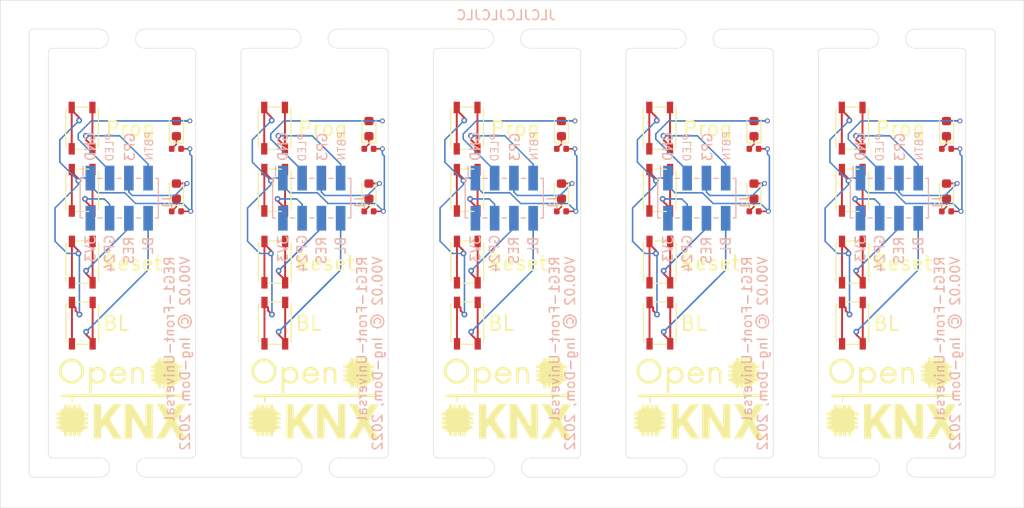
<source format=kicad_pcb>
(kicad_pcb (version 20171130) (host pcbnew "(5.1.4)-1")
  (title_block (title REG1-Front-Universal) (date 2022-10-21) (rev V00.01))
  (layers (0 F.Cu signal) (31 B.Cu signal) (34 B.Paste user) (35 F.Paste user) (36 B.SilkS user) (37 F.SilkS user) (38 B.Mask user) (39 F.Mask user) (44 Edge.Cuts user))
  (net 0 "")
  (net 1 GND)
  (net 2 +3V3)
  (net 3 RUN)
  (net 4 PROGLED)
  (net 5 PROGBTN)
  (net 6 GPIO24)
  (net 7 GPIO03)
  (net 8 BOOTSEL_F)
  (net 9 "Net-(D1-Pad1)")
  (net 10 "Net-(D2-Pad1)")
  (module OpenKNX:OpenKNX_Logo_14x09 (layer F.Cu) (at 185.8 146.4)
    (fp_text reference G*** hide)
    (fp_text value LOGO hide)
  )
  (module OpenKNX:OpenKNX_Logo_14x09 (layer F.Cu) (at 165.8 146.4)
    (fp_text reference G*** hide)
    (fp_text value LOGO hide)
  )
  (module OpenKNX:OpenKNX_Logo_14x09 (layer F.Cu) (at 145.8 146.4)
    (fp_text reference G*** hide)
    (fp_text value LOGO hide)
  )
  (module OpenKNX:OpenKNX_Logo_14x09 (layer F.Cu) (at 125.8 146.4)
    (fp_text reference G*** hide)
    (fp_text value LOGO hide)
  )
  (module sirsydom:SW_Push_Xunpu_TS-1089S (layer F.Cu) (at 181.71 124.16 270)
    (fp_text reference SW2)
    (fp_text value Func)
    (pad 1 smd rect (at 2.15 -1.075 270) (size 1.2 0.65) (layers F.Cu F.Paste F.Mask) (net 6 GPIO24))
    (pad 2 smd rect (at 2.15 1.075 270) (size 1.2 0.65) (layers F.Cu F.Paste F.Mask) (net 1 GND))
    (pad 1 smd rect (at -2.15 -1.075 270) (size 1.2 0.65) (layers F.Cu F.Paste F.Mask) (net 6 GPIO24))
    (pad 2 smd rect (at -2.15 1.075 270) (size 1.2 0.65) (layers F.Cu F.Paste F.Mask) (net 1 GND))
  )
  (module sirsydom:SW_Push_Xunpu_TS-1089S (layer F.Cu) (at 161.71 124.16 270)
    (fp_text reference SW2)
    (fp_text value Func)
    (pad 1 smd rect (at 2.15 -1.075 270) (size 1.2 0.65) (layers F.Cu F.Paste F.Mask) (net 6 GPIO24))
    (pad 2 smd rect (at 2.15 1.075 270) (size 1.2 0.65) (layers F.Cu F.Paste F.Mask) (net 1 GND))
    (pad 1 smd rect (at -2.15 -1.075 270) (size 1.2 0.65) (layers F.Cu F.Paste F.Mask) (net 6 GPIO24))
    (pad 2 smd rect (at -2.15 1.075 270) (size 1.2 0.65) (layers F.Cu F.Paste F.Mask) (net 1 GND))
  )
  (module sirsydom:SW_Push_Xunpu_TS-1089S (layer F.Cu) (at 141.71 124.16 270)
    (fp_text reference SW2)
    (fp_text value Func)
    (pad 1 smd rect (at 2.15 -1.075 270) (size 1.2 0.65) (layers F.Cu F.Paste F.Mask) (net 6 GPIO24))
    (pad 2 smd rect (at 2.15 1.075 270) (size 1.2 0.65) (layers F.Cu F.Paste F.Mask) (net 1 GND))
    (pad 1 smd rect (at -2.15 -1.075 270) (size 1.2 0.65) (layers F.Cu F.Paste F.Mask) (net 6 GPIO24))
    (pad 2 smd rect (at -2.15 1.075 270) (size 1.2 0.65) (layers F.Cu F.Paste F.Mask) (net 1 GND))
  )
  (module sirsydom:SW_Push_Xunpu_TS-1089S (layer F.Cu) (at 121.71 124.16 270)
    (fp_text reference SW2)
    (fp_text value Func)
    (pad 1 smd rect (at 2.15 -1.075 270) (size 1.2 0.65) (layers F.Cu F.Paste F.Mask) (net 6 GPIO24))
    (pad 2 smd rect (at 2.15 1.075 270) (size 1.2 0.65) (layers F.Cu F.Paste F.Mask) (net 1 GND))
    (pad 1 smd rect (at -2.15 -1.075 270) (size 1.2 0.65) (layers F.Cu F.Paste F.Mask) (net 6 GPIO24))
    (pad 2 smd rect (at -2.15 1.075 270) (size 1.2 0.65) (layers F.Cu F.Paste F.Mask) (net 1 GND))
  )
  (module sirsydom:SW_Push_Xunpu_TS-1089S (layer F.Cu) (at 181.725 137.975 270)
    (fp_text reference SW4)
    (fp_text value BL)
    (pad 1 smd rect (at 2.15 -1.075 270) (size 1.2 0.65) (layers F.Cu F.Paste F.Mask) (net 8 BOOTSEL_F))
    (pad 2 smd rect (at 2.15 1.075 270) (size 1.2 0.65) (layers F.Cu F.Paste F.Mask) (net 1 GND))
    (pad 1 smd rect (at -2.15 -1.075 270) (size 1.2 0.65) (layers F.Cu F.Paste F.Mask) (net 8 BOOTSEL_F))
    (pad 2 smd rect (at -2.15 1.075 270) (size 1.2 0.65) (layers F.Cu F.Paste F.Mask) (net 1 GND))
  )
  (module sirsydom:SW_Push_Xunpu_TS-1089S (layer F.Cu) (at 161.725 137.975 270)
    (fp_text reference SW4)
    (fp_text value BL)
    (pad 1 smd rect (at 2.15 -1.075 270) (size 1.2 0.65) (layers F.Cu F.Paste F.Mask) (net 8 BOOTSEL_F))
    (pad 2 smd rect (at 2.15 1.075 270) (size 1.2 0.65) (layers F.Cu F.Paste F.Mask) (net 1 GND))
    (pad 1 smd rect (at -2.15 -1.075 270) (size 1.2 0.65) (layers F.Cu F.Paste F.Mask) (net 8 BOOTSEL_F))
    (pad 2 smd rect (at -2.15 1.075 270) (size 1.2 0.65) (layers F.Cu F.Paste F.Mask) (net 1 GND))
  )
  (module sirsydom:SW_Push_Xunpu_TS-1089S (layer F.Cu) (at 141.725 137.975 270)
    (fp_text reference SW4)
    (fp_text value BL)
    (pad 1 smd rect (at 2.15 -1.075 270) (size 1.2 0.65) (layers F.Cu F.Paste F.Mask) (net 8 BOOTSEL_F))
    (pad 2 smd rect (at 2.15 1.075 270) (size 1.2 0.65) (layers F.Cu F.Paste F.Mask) (net 1 GND))
    (pad 1 smd rect (at -2.15 -1.075 270) (size 1.2 0.65) (layers F.Cu F.Paste F.Mask) (net 8 BOOTSEL_F))
    (pad 2 smd rect (at -2.15 1.075 270) (size 1.2 0.65) (layers F.Cu F.Paste F.Mask) (net 1 GND))
  )
  (module sirsydom:SW_Push_Xunpu_TS-1089S (layer F.Cu) (at 121.725 137.975 270)
    (fp_text reference SW4)
    (fp_text value BL)
    (pad 1 smd rect (at 2.15 -1.075 270) (size 1.2 0.65) (layers F.Cu F.Paste F.Mask) (net 8 BOOTSEL_F))
    (pad 2 smd rect (at 2.15 1.075 270) (size 1.2 0.65) (layers F.Cu F.Paste F.Mask) (net 1 GND))
    (pad 1 smd rect (at -2.15 -1.075 270) (size 1.2 0.65) (layers F.Cu F.Paste F.Mask) (net 8 BOOTSEL_F))
    (pad 2 smd rect (at -2.15 1.075 270) (size 1.2 0.65) (layers F.Cu F.Paste F.Mask) (net 1 GND))
  )
  (module sirsydom:mouse-bite-5.00mm-frame (layer F.Cu) (at 186.45 151.85 180)
    (fp_text reference mouse-bite hide)
    (fp_text value VAL** hide)
    (pad "" np_thru_hole circle (at -0.4 0 180) (size 0.4 0.4) (drill 0.4) (layers *.Cu *.Mask))
    (pad "" np_thru_hole circle (at -1.6 0 180) (size 0.4 0.4) (drill 0.4) (layers *.Cu *.Mask))
    (pad "" np_thru_hole circle (at -1 0 180) (size 0.4 0.4) (drill 0.4) (layers *.Cu *.Mask))
    (pad "" np_thru_hole circle (at 0.2 0 180) (size 0.4 0.4) (drill 0.4) (layers *.Cu *.Mask))
    (pad "" np_thru_hole circle (at 2.6 0 180) (size 0.4 0.4) (drill 0.4) (layers *.Cu *.Mask))
    (pad "" np_thru_hole circle (at 2 0 180) (size 0.4 0.4) (drill 0.4) (layers *.Cu *.Mask))
    (pad "" np_thru_hole circle (at 0.8 0 180) (size 0.4 0.4) (drill 0.4) (layers *.Cu *.Mask))
    (pad "" np_thru_hole circle (at 1.4 0 180) (size 0.4 0.4) (drill 0.4) (layers *.Cu *.Mask))
  )
  (module sirsydom:mouse-bite-5.00mm-frame (layer F.Cu) (at 166.45 151.85 180)
    (fp_text reference mouse-bite hide)
    (fp_text value VAL** hide)
    (pad "" np_thru_hole circle (at -0.4 0 180) (size 0.4 0.4) (drill 0.4) (layers *.Cu *.Mask))
    (pad "" np_thru_hole circle (at -1.6 0 180) (size 0.4 0.4) (drill 0.4) (layers *.Cu *.Mask))
    (pad "" np_thru_hole circle (at -1 0 180) (size 0.4 0.4) (drill 0.4) (layers *.Cu *.Mask))
    (pad "" np_thru_hole circle (at 0.2 0 180) (size 0.4 0.4) (drill 0.4) (layers *.Cu *.Mask))
    (pad "" np_thru_hole circle (at 2.6 0 180) (size 0.4 0.4) (drill 0.4) (layers *.Cu *.Mask))
    (pad "" np_thru_hole circle (at 2 0 180) (size 0.4 0.4) (drill 0.4) (layers *.Cu *.Mask))
    (pad "" np_thru_hole circle (at 0.8 0 180) (size 0.4 0.4) (drill 0.4) (layers *.Cu *.Mask))
    (pad "" np_thru_hole circle (at 1.4 0 180) (size 0.4 0.4) (drill 0.4) (layers *.Cu *.Mask))
  )
  (module sirsydom:mouse-bite-5.00mm-frame (layer F.Cu) (at 146.45 151.85 180)
    (fp_text reference mouse-bite hide)
    (fp_text value VAL** hide)
    (pad "" np_thru_hole circle (at -0.4 0 180) (size 0.4 0.4) (drill 0.4) (layers *.Cu *.Mask))
    (pad "" np_thru_hole circle (at -1.6 0 180) (size 0.4 0.4) (drill 0.4) (layers *.Cu *.Mask))
    (pad "" np_thru_hole circle (at -1 0 180) (size 0.4 0.4) (drill 0.4) (layers *.Cu *.Mask))
    (pad "" np_thru_hole circle (at 0.2 0 180) (size 0.4 0.4) (drill 0.4) (layers *.Cu *.Mask))
    (pad "" np_thru_hole circle (at 2.6 0 180) (size 0.4 0.4) (drill 0.4) (layers *.Cu *.Mask))
    (pad "" np_thru_hole circle (at 2 0 180) (size 0.4 0.4) (drill 0.4) (layers *.Cu *.Mask))
    (pad "" np_thru_hole circle (at 0.8 0 180) (size 0.4 0.4) (drill 0.4) (layers *.Cu *.Mask))
    (pad "" np_thru_hole circle (at 1.4 0 180) (size 0.4 0.4) (drill 0.4) (layers *.Cu *.Mask))
  )
  (module sirsydom:mouse-bite-5.00mm-frame (layer F.Cu) (at 126.45 151.85 180)
    (fp_text reference mouse-bite hide)
    (fp_text value VAL** hide)
    (pad "" np_thru_hole circle (at -0.4 0 180) (size 0.4 0.4) (drill 0.4) (layers *.Cu *.Mask))
    (pad "" np_thru_hole circle (at -1.6 0 180) (size 0.4 0.4) (drill 0.4) (layers *.Cu *.Mask))
    (pad "" np_thru_hole circle (at -1 0 180) (size 0.4 0.4) (drill 0.4) (layers *.Cu *.Mask))
    (pad "" np_thru_hole circle (at 0.2 0 180) (size 0.4 0.4) (drill 0.4) (layers *.Cu *.Mask))
    (pad "" np_thru_hole circle (at 2.6 0 180) (size 0.4 0.4) (drill 0.4) (layers *.Cu *.Mask))
    (pad "" np_thru_hole circle (at 2 0 180) (size 0.4 0.4) (drill 0.4) (layers *.Cu *.Mask))
    (pad "" np_thru_hole circle (at 0.8 0 180) (size 0.4 0.4) (drill 0.4) (layers *.Cu *.Mask))
    (pad "" np_thru_hole circle (at 1.4 0 180) (size 0.4 0.4) (drill 0.4) (layers *.Cu *.Mask))
  )
  (module LED_SMD:LED_0603_1608Metric (layer F.Cu) (at 191.5 117.75 90)
    (fp_text reference D1)
    (fp_text value Prog)
    (pad 1 smd roundrect (at -0.7875 0 90) (size 0.875 0.95) (layers F.Cu F.Paste F.Mask) (net 9 "Net-(D1-Pad1)"))
    (pad 2 smd roundrect (at 0.7875 0 90) (size 0.875 0.95) (layers F.Cu F.Paste F.Mask) (net 4 PROGLED))
  )
  (module LED_SMD:LED_0603_1608Metric (layer F.Cu) (at 171.5 117.75 90)
    (fp_text reference D1)
    (fp_text value Prog)
    (pad 1 smd roundrect (at -0.7875 0 90) (size 0.875 0.95) (layers F.Cu F.Paste F.Mask) (net 9 "Net-(D1-Pad1)"))
    (pad 2 smd roundrect (at 0.7875 0 90) (size 0.875 0.95) (layers F.Cu F.Paste F.Mask) (net 4 PROGLED))
  )
  (module LED_SMD:LED_0603_1608Metric (layer F.Cu) (at 151.5 117.75 90)
    (fp_text reference D1)
    (fp_text value Prog)
    (pad 1 smd roundrect (at -0.7875 0 90) (size 0.875 0.95) (layers F.Cu F.Paste F.Mask) (net 9 "Net-(D1-Pad1)"))
    (pad 2 smd roundrect (at 0.7875 0 90) (size 0.875 0.95) (layers F.Cu F.Paste F.Mask) (net 4 PROGLED))
  )
  (module LED_SMD:LED_0603_1608Metric (layer F.Cu) (at 131.5 117.75 90)
    (fp_text reference D1)
    (fp_text value Prog)
    (pad 1 smd roundrect (at -0.7875 0 90) (size 0.875 0.95) (layers F.Cu F.Paste F.Mask) (net 9 "Net-(D1-Pad1)"))
    (pad 2 smd roundrect (at 0.7875 0 90) (size 0.875 0.95) (layers F.Cu F.Paste F.Mask) (net 4 PROGLED))
  )
  (module LED_SMD:LED_0603_1608Metric (layer F.Cu) (at 191.5 124.25 90)
    (fp_text reference D2)
    (fp_text value Func)
    (pad 1 smd roundrect (at -0.7875 0 90) (size 0.875 0.95) (layers F.Cu F.Paste F.Mask) (net 10 "Net-(D2-Pad1)"))
    (pad 2 smd roundrect (at 0.7875 0 90) (size 0.875 0.95) (layers F.Cu F.Paste F.Mask) (net 7 GPIO03))
  )
  (module LED_SMD:LED_0603_1608Metric (layer F.Cu) (at 171.5 124.25 90)
    (fp_text reference D2)
    (fp_text value Func)
    (pad 1 smd roundrect (at -0.7875 0 90) (size 0.875 0.95) (layers F.Cu F.Paste F.Mask) (net 10 "Net-(D2-Pad1)"))
    (pad 2 smd roundrect (at 0.7875 0 90) (size 0.875 0.95) (layers F.Cu F.Paste F.Mask) (net 7 GPIO03))
  )
  (module LED_SMD:LED_0603_1608Metric (layer F.Cu) (at 151.5 124.25 90)
    (fp_text reference D2)
    (fp_text value Func)
    (pad 1 smd roundrect (at -0.7875 0 90) (size 0.875 0.95) (layers F.Cu F.Paste F.Mask) (net 10 "Net-(D2-Pad1)"))
    (pad 2 smd roundrect (at 0.7875 0 90) (size 0.875 0.95) (layers F.Cu F.Paste F.Mask) (net 7 GPIO03))
  )
  (module LED_SMD:LED_0603_1608Metric (layer F.Cu) (at 131.5 124.25 90)
    (fp_text reference D2)
    (fp_text value Func)
    (pad 1 smd roundrect (at -0.7875 0 90) (size 0.875 0.95) (layers F.Cu F.Paste F.Mask) (net 10 "Net-(D2-Pad1)"))
    (pad 2 smd roundrect (at 0.7875 0 90) (size 0.875 0.95) (layers F.Cu F.Paste F.Mask) (net 7 GPIO03))
  )
  (module sirsydom:mouse-bite-5.00mm-frame (layer F.Cu) (at 185.35 109.55)
    (fp_text reference mouse-bite hide)
    (fp_text value VAL** hide)
    (pad "" np_thru_hole circle (at 1.4 0) (size 0.4 0.4) (drill 0.4) (layers *.Cu *.Mask))
    (pad "" np_thru_hole circle (at 0.8 0) (size 0.4 0.4) (drill 0.4) (layers *.Cu *.Mask))
    (pad "" np_thru_hole circle (at 2 0) (size 0.4 0.4) (drill 0.4) (layers *.Cu *.Mask))
    (pad "" np_thru_hole circle (at 2.6 0) (size 0.4 0.4) (drill 0.4) (layers *.Cu *.Mask))
    (pad "" np_thru_hole circle (at 0.2 0) (size 0.4 0.4) (drill 0.4) (layers *.Cu *.Mask))
    (pad "" np_thru_hole circle (at -1 0) (size 0.4 0.4) (drill 0.4) (layers *.Cu *.Mask))
    (pad "" np_thru_hole circle (at -1.6 0) (size 0.4 0.4) (drill 0.4) (layers *.Cu *.Mask))
    (pad "" np_thru_hole circle (at -0.4 0) (size 0.4 0.4) (drill 0.4) (layers *.Cu *.Mask))
  )
  (module sirsydom:mouse-bite-5.00mm-frame (layer F.Cu) (at 165.35 109.55)
    (fp_text reference mouse-bite hide)
    (fp_text value VAL** hide)
    (pad "" np_thru_hole circle (at 1.4 0) (size 0.4 0.4) (drill 0.4) (layers *.Cu *.Mask))
    (pad "" np_thru_hole circle (at 0.8 0) (size 0.4 0.4) (drill 0.4) (layers *.Cu *.Mask))
    (pad "" np_thru_hole circle (at 2 0) (size 0.4 0.4) (drill 0.4) (layers *.Cu *.Mask))
    (pad "" np_thru_hole circle (at 2.6 0) (size 0.4 0.4) (drill 0.4) (layers *.Cu *.Mask))
    (pad "" np_thru_hole circle (at 0.2 0) (size 0.4 0.4) (drill 0.4) (layers *.Cu *.Mask))
    (pad "" np_thru_hole circle (at -1 0) (size 0.4 0.4) (drill 0.4) (layers *.Cu *.Mask))
    (pad "" np_thru_hole circle (at -1.6 0) (size 0.4 0.4) (drill 0.4) (layers *.Cu *.Mask))
    (pad "" np_thru_hole circle (at -0.4 0) (size 0.4 0.4) (drill 0.4) (layers *.Cu *.Mask))
  )
  (module sirsydom:mouse-bite-5.00mm-frame (layer F.Cu) (at 145.35 109.55)
    (fp_text reference mouse-bite hide)
    (fp_text value VAL** hide)
    (pad "" np_thru_hole circle (at 1.4 0) (size 0.4 0.4) (drill 0.4) (layers *.Cu *.Mask))
    (pad "" np_thru_hole circle (at 0.8 0) (size 0.4 0.4) (drill 0.4) (layers *.Cu *.Mask))
    (pad "" np_thru_hole circle (at 2 0) (size 0.4 0.4) (drill 0.4) (layers *.Cu *.Mask))
    (pad "" np_thru_hole circle (at 2.6 0) (size 0.4 0.4) (drill 0.4) (layers *.Cu *.Mask))
    (pad "" np_thru_hole circle (at 0.2 0) (size 0.4 0.4) (drill 0.4) (layers *.Cu *.Mask))
    (pad "" np_thru_hole circle (at -1 0) (size 0.4 0.4) (drill 0.4) (layers *.Cu *.Mask))
    (pad "" np_thru_hole circle (at -1.6 0) (size 0.4 0.4) (drill 0.4) (layers *.Cu *.Mask))
    (pad "" np_thru_hole circle (at -0.4 0) (size 0.4 0.4) (drill 0.4) (layers *.Cu *.Mask))
  )
  (module sirsydom:mouse-bite-5.00mm-frame (layer F.Cu) (at 125.35 109.55)
    (fp_text reference mouse-bite hide)
    (fp_text value VAL** hide)
    (pad "" np_thru_hole circle (at 1.4 0) (size 0.4 0.4) (drill 0.4) (layers *.Cu *.Mask))
    (pad "" np_thru_hole circle (at 0.8 0) (size 0.4 0.4) (drill 0.4) (layers *.Cu *.Mask))
    (pad "" np_thru_hole circle (at 2 0) (size 0.4 0.4) (drill 0.4) (layers *.Cu *.Mask))
    (pad "" np_thru_hole circle (at 2.6 0) (size 0.4 0.4) (drill 0.4) (layers *.Cu *.Mask))
    (pad "" np_thru_hole circle (at 0.2 0) (size 0.4 0.4) (drill 0.4) (layers *.Cu *.Mask))
    (pad "" np_thru_hole circle (at -1 0) (size 0.4 0.4) (drill 0.4) (layers *.Cu *.Mask))
    (pad "" np_thru_hole circle (at -1.6 0) (size 0.4 0.4) (drill 0.4) (layers *.Cu *.Mask))
    (pad "" np_thru_hole circle (at -0.4 0) (size 0.4 0.4) (drill 0.4) (layers *.Cu *.Mask))
  )
  (module sirsydom:SW_Push_Xunpu_TS-1089S (layer F.Cu) (at 181.72 131.63 270)
    (fp_text reference SW3)
    (fp_text value Res)
    (pad 1 smd rect (at 2.15 -1.075 270) (size 1.2 0.65) (layers F.Cu F.Paste F.Mask) (net 3 RUN))
    (pad 2 smd rect (at 2.15 1.075 270) (size 1.2 0.65) (layers F.Cu F.Paste F.Mask) (net 1 GND))
    (pad 1 smd rect (at -2.15 -1.075 270) (size 1.2 0.65) (layers F.Cu F.Paste F.Mask) (net 3 RUN))
    (pad 2 smd rect (at -2.15 1.075 270) (size 1.2 0.65) (layers F.Cu F.Paste F.Mask) (net 1 GND))
  )
  (module sirsydom:SW_Push_Xunpu_TS-1089S (layer F.Cu) (at 161.72 131.63 270)
    (fp_text reference SW3)
    (fp_text value Res)
    (pad 1 smd rect (at 2.15 -1.075 270) (size 1.2 0.65) (layers F.Cu F.Paste F.Mask) (net 3 RUN))
    (pad 2 smd rect (at 2.15 1.075 270) (size 1.2 0.65) (layers F.Cu F.Paste F.Mask) (net 1 GND))
    (pad 1 smd rect (at -2.15 -1.075 270) (size 1.2 0.65) (layers F.Cu F.Paste F.Mask) (net 3 RUN))
    (pad 2 smd rect (at -2.15 1.075 270) (size 1.2 0.65) (layers F.Cu F.Paste F.Mask) (net 1 GND))
  )
  (module sirsydom:SW_Push_Xunpu_TS-1089S (layer F.Cu) (at 141.72 131.63 270)
    (fp_text reference SW3)
    (fp_text value Res)
    (pad 1 smd rect (at 2.15 -1.075 270) (size 1.2 0.65) (layers F.Cu F.Paste F.Mask) (net 3 RUN))
    (pad 2 smd rect (at 2.15 1.075 270) (size 1.2 0.65) (layers F.Cu F.Paste F.Mask) (net 1 GND))
    (pad 1 smd rect (at -2.15 -1.075 270) (size 1.2 0.65) (layers F.Cu F.Paste F.Mask) (net 3 RUN))
    (pad 2 smd rect (at -2.15 1.075 270) (size 1.2 0.65) (layers F.Cu F.Paste F.Mask) (net 1 GND))
  )
  (module sirsydom:SW_Push_Xunpu_TS-1089S (layer F.Cu) (at 121.72 131.63 270)
    (fp_text reference SW3)
    (fp_text value Res)
    (pad 1 smd rect (at 2.15 -1.075 270) (size 1.2 0.65) (layers F.Cu F.Paste F.Mask) (net 3 RUN))
    (pad 2 smd rect (at 2.15 1.075 270) (size 1.2 0.65) (layers F.Cu F.Paste F.Mask) (net 1 GND))
    (pad 1 smd rect (at -2.15 -1.075 270) (size 1.2 0.65) (layers F.Cu F.Paste F.Mask) (net 3 RUN))
    (pad 2 smd rect (at -2.15 1.075 270) (size 1.2 0.65) (layers F.Cu F.Paste F.Mask) (net 1 GND))
  )
  (module Connector_PinHeader_2.00mm:PinHeader_2x04_P2.00mm_Vertical_SMD (layer B.Cu) (at 185.56 124.98 270)
    (fp_text reference J1 (at 0.4 -5 90) (layer B.SilkS) (effects (justify mirror)))
    (fp_text value Conn_02x04_Odd_Even)
    (pad 1 smd rect (at -2.085 3 270) (size 2.58 1) (layers B.Cu B.Paste B.Mask) (net 1 GND))
    (pad 2 smd rect (at 2.085 3 270) (size 2.58 1) (layers B.Cu B.Paste B.Mask) (net 2 +3V3))
    (pad 3 smd rect (at -2.085 1 270) (size 2.58 1) (layers B.Cu B.Paste B.Mask) (net 4 PROGLED))
    (pad 4 smd rect (at 2.085 1 270) (size 2.58 1) (layers B.Cu B.Paste B.Mask) (net 6 GPIO24))
    (pad 5 smd rect (at -2.085 -1 270) (size 2.58 1) (layers B.Cu B.Paste B.Mask) (net 7 GPIO03))
    (pad 6 smd rect (at 2.085 -1 270) (size 2.58 1) (layers B.Cu B.Paste B.Mask) (net 3 RUN))
    (pad 7 smd rect (at -2.085 -3 270) (size 2.58 1) (layers B.Cu B.Paste B.Mask) (net 5 PROGBTN))
    (pad 8 smd rect (at 2.085 -3 270) (size 2.58 1) (layers B.Cu B.Paste B.Mask) (net 8 BOOTSEL_F))
  )
  (module Connector_PinHeader_2.00mm:PinHeader_2x04_P2.00mm_Vertical_SMD (layer B.Cu) (at 165.56 124.98 270)
    (fp_text reference J1 (at 0.4 -5 90) (layer B.SilkS) (effects (justify mirror)))
    (fp_text value Conn_02x04_Odd_Even)
    (pad 1 smd rect (at -2.085 3 270) (size 2.58 1) (layers B.Cu B.Paste B.Mask) (net 1 GND))
    (pad 2 smd rect (at 2.085 3 270) (size 2.58 1) (layers B.Cu B.Paste B.Mask) (net 2 +3V3))
    (pad 3 smd rect (at -2.085 1 270) (size 2.58 1) (layers B.Cu B.Paste B.Mask) (net 4 PROGLED))
    (pad 4 smd rect (at 2.085 1 270) (size 2.58 1) (layers B.Cu B.Paste B.Mask) (net 6 GPIO24))
    (pad 5 smd rect (at -2.085 -1 270) (size 2.58 1) (layers B.Cu B.Paste B.Mask) (net 7 GPIO03))
    (pad 6 smd rect (at 2.085 -1 270) (size 2.58 1) (layers B.Cu B.Paste B.Mask) (net 3 RUN))
    (pad 7 smd rect (at -2.085 -3 270) (size 2.58 1) (layers B.Cu B.Paste B.Mask) (net 5 PROGBTN))
    (pad 8 smd rect (at 2.085 -3 270) (size 2.58 1) (layers B.Cu B.Paste B.Mask) (net 8 BOOTSEL_F))
  )
  (module Connector_PinHeader_2.00mm:PinHeader_2x04_P2.00mm_Vertical_SMD (layer B.Cu) (at 145.56 124.98 270)
    (fp_text reference J1 (at 0.4 -5 90) (layer B.SilkS) (effects (justify mirror)))
    (fp_text value Conn_02x04_Odd_Even)
    (pad 1 smd rect (at -2.085 3 270) (size 2.58 1) (layers B.Cu B.Paste B.Mask) (net 1 GND))
    (pad 2 smd rect (at 2.085 3 270) (size 2.58 1) (layers B.Cu B.Paste B.Mask) (net 2 +3V3))
    (pad 3 smd rect (at -2.085 1 270) (size 2.58 1) (layers B.Cu B.Paste B.Mask) (net 4 PROGLED))
    (pad 4 smd rect (at 2.085 1 270) (size 2.58 1) (layers B.Cu B.Paste B.Mask) (net 6 GPIO24))
    (pad 5 smd rect (at -2.085 -1 270) (size 2.58 1) (layers B.Cu B.Paste B.Mask) (net 7 GPIO03))
    (pad 6 smd rect (at 2.085 -1 270) (size 2.58 1) (layers B.Cu B.Paste B.Mask) (net 3 RUN))
    (pad 7 smd rect (at -2.085 -3 270) (size 2.58 1) (layers B.Cu B.Paste B.Mask) (net 5 PROGBTN))
    (pad 8 smd rect (at 2.085 -3 270) (size 2.58 1) (layers B.Cu B.Paste B.Mask) (net 8 BOOTSEL_F))
  )
  (module Connector_PinHeader_2.00mm:PinHeader_2x04_P2.00mm_Vertical_SMD (layer B.Cu) (at 125.56 124.98 270)
    (fp_text reference J1 (at 0.4 -5 90) (layer B.SilkS) (effects (justify mirror)))
    (fp_text value Conn_02x04_Odd_Even)
    (pad 1 smd rect (at -2.085 3 270) (size 2.58 1) (layers B.Cu B.Paste B.Mask) (net 1 GND))
    (pad 2 smd rect (at 2.085 3 270) (size 2.58 1) (layers B.Cu B.Paste B.Mask) (net 2 +3V3))
    (pad 3 smd rect (at -2.085 1 270) (size 2.58 1) (layers B.Cu B.Paste B.Mask) (net 4 PROGLED))
    (pad 4 smd rect (at 2.085 1 270) (size 2.58 1) (layers B.Cu B.Paste B.Mask) (net 6 GPIO24))
    (pad 5 smd rect (at -2.085 -1 270) (size 2.58 1) (layers B.Cu B.Paste B.Mask) (net 7 GPIO03))
    (pad 6 smd rect (at 2.085 -1 270) (size 2.58 1) (layers B.Cu B.Paste B.Mask) (net 3 RUN))
    (pad 7 smd rect (at -2.085 -3 270) (size 2.58 1) (layers B.Cu B.Paste B.Mask) (net 5 PROGBTN))
    (pad 8 smd rect (at 2.085 -3 270) (size 2.58 1) (layers B.Cu B.Paste B.Mask) (net 8 BOOTSEL_F))
  )
  (module sirsydom:SW_Push_Xunpu_TS-1089S (layer F.Cu) (at 181.7 117.7 270)
    (fp_text reference SW1)
    (fp_text value Prog)
    (pad 1 smd rect (at 2.15 -1.075 270) (size 1.2 0.65) (layers F.Cu F.Paste F.Mask) (net 5 PROGBTN))
    (pad 2 smd rect (at 2.15 1.075 270) (size 1.2 0.65) (layers F.Cu F.Paste F.Mask) (net 1 GND))
    (pad 1 smd rect (at -2.15 -1.075 270) (size 1.2 0.65) (layers F.Cu F.Paste F.Mask) (net 5 PROGBTN))
    (pad 2 smd rect (at -2.15 1.075 270) (size 1.2 0.65) (layers F.Cu F.Paste F.Mask) (net 1 GND))
  )
  (module sirsydom:SW_Push_Xunpu_TS-1089S (layer F.Cu) (at 161.7 117.7 270)
    (fp_text reference SW1)
    (fp_text value Prog)
    (pad 1 smd rect (at 2.15 -1.075 270) (size 1.2 0.65) (layers F.Cu F.Paste F.Mask) (net 5 PROGBTN))
    (pad 2 smd rect (at 2.15 1.075 270) (size 1.2 0.65) (layers F.Cu F.Paste F.Mask) (net 1 GND))
    (pad 1 smd rect (at -2.15 -1.075 270) (size 1.2 0.65) (layers F.Cu F.Paste F.Mask) (net 5 PROGBTN))
    (pad 2 smd rect (at -2.15 1.075 270) (size 1.2 0.65) (layers F.Cu F.Paste F.Mask) (net 1 GND))
  )
  (module sirsydom:SW_Push_Xunpu_TS-1089S (layer F.Cu) (at 141.7 117.7 270)
    (fp_text reference SW1)
    (fp_text value Prog)
    (pad 1 smd rect (at 2.15 -1.075 270) (size 1.2 0.65) (layers F.Cu F.Paste F.Mask) (net 5 PROGBTN))
    (pad 2 smd rect (at 2.15 1.075 270) (size 1.2 0.65) (layers F.Cu F.Paste F.Mask) (net 1 GND))
    (pad 1 smd rect (at -2.15 -1.075 270) (size 1.2 0.65) (layers F.Cu F.Paste F.Mask) (net 5 PROGBTN))
    (pad 2 smd rect (at -2.15 1.075 270) (size 1.2 0.65) (layers F.Cu F.Paste F.Mask) (net 1 GND))
  )
  (module sirsydom:SW_Push_Xunpu_TS-1089S (layer F.Cu) (at 121.7 117.7 270)
    (fp_text reference SW1)
    (fp_text value Prog)
    (pad 1 smd rect (at 2.15 -1.075 270) (size 1.2 0.65) (layers F.Cu F.Paste F.Mask) (net 5 PROGBTN))
    (pad 2 smd rect (at 2.15 1.075 270) (size 1.2 0.65) (layers F.Cu F.Paste F.Mask) (net 1 GND))
    (pad 1 smd rect (at -2.15 -1.075 270) (size 1.2 0.65) (layers F.Cu F.Paste F.Mask) (net 5 PROGBTN))
    (pad 2 smd rect (at -2.15 1.075 270) (size 1.2 0.65) (layers F.Cu F.Paste F.Mask) (net 1 GND))
  )
  (module Resistor_SMD:R_0402_1005Metric (layer F.Cu) (at 191.5 119.85 180)
    (fp_text reference R1)
    (fp_text value R)
    (pad 1 smd roundrect (at -0.485 0 180) (size 0.59 0.64) (layers F.Cu F.Paste F.Mask) (net 1 GND))
    (pad 2 smd roundrect (at 0.485 0 180) (size 0.59 0.64) (layers F.Cu F.Paste F.Mask) (net 9 "Net-(D1-Pad1)"))
  )
  (module Resistor_SMD:R_0402_1005Metric (layer F.Cu) (at 171.5 119.85 180)
    (fp_text reference R1)
    (fp_text value R)
    (pad 1 smd roundrect (at -0.485 0 180) (size 0.59 0.64) (layers F.Cu F.Paste F.Mask) (net 1 GND))
    (pad 2 smd roundrect (at 0.485 0 180) (size 0.59 0.64) (layers F.Cu F.Paste F.Mask) (net 9 "Net-(D1-Pad1)"))
  )
  (module Resistor_SMD:R_0402_1005Metric (layer F.Cu) (at 151.5 119.85 180)
    (fp_text reference R1)
    (fp_text value R)
    (pad 1 smd roundrect (at -0.485 0 180) (size 0.59 0.64) (layers F.Cu F.Paste F.Mask) (net 1 GND))
    (pad 2 smd roundrect (at 0.485 0 180) (size 0.59 0.64) (layers F.Cu F.Paste F.Mask) (net 9 "Net-(D1-Pad1)"))
  )
  (module Resistor_SMD:R_0402_1005Metric (layer F.Cu) (at 131.5 119.85 180)
    (fp_text reference R1)
    (fp_text value R)
    (pad 1 smd roundrect (at -0.485 0 180) (size 0.59 0.64) (layers F.Cu F.Paste F.Mask) (net 1 GND))
    (pad 2 smd roundrect (at 0.485 0 180) (size 0.59 0.64) (layers F.Cu F.Paste F.Mask) (net 9 "Net-(D1-Pad1)"))
  )
  (module Resistor_SMD:R_0402_1005Metric (layer F.Cu) (at 191.5 126.35 180)
    (fp_text reference R2)
    (fp_text value R)
    (pad 1 smd roundrect (at -0.485 0 180) (size 0.59 0.64) (layers F.Cu F.Paste F.Mask) (net 1 GND))
    (pad 2 smd roundrect (at 0.485 0 180) (size 0.59 0.64) (layers F.Cu F.Paste F.Mask) (net 10 "Net-(D2-Pad1)"))
  )
  (module Resistor_SMD:R_0402_1005Metric (layer F.Cu) (at 171.5 126.35 180)
    (fp_text reference R2)
    (fp_text value R)
    (pad 1 smd roundrect (at -0.485 0 180) (size 0.59 0.64) (layers F.Cu F.Paste F.Mask) (net 1 GND))
    (pad 2 smd roundrect (at 0.485 0 180) (size 0.59 0.64) (layers F.Cu F.Paste F.Mask) (net 10 "Net-(D2-Pad1)"))
  )
  (module Resistor_SMD:R_0402_1005Metric (layer F.Cu) (at 151.5 126.35 180)
    (fp_text reference R2)
    (fp_text value R)
    (pad 1 smd roundrect (at -0.485 0 180) (size 0.59 0.64) (layers F.Cu F.Paste F.Mask) (net 1 GND))
    (pad 2 smd roundrect (at 0.485 0 180) (size 0.59 0.64) (layers F.Cu F.Paste F.Mask) (net 10 "Net-(D2-Pad1)"))
  )
  (module Resistor_SMD:R_0402_1005Metric (layer F.Cu) (at 131.5 126.35 180)
    (fp_text reference R2)
    (fp_text value R)
    (pad 1 smd roundrect (at -0.485 0 180) (size 0.59 0.64) (layers F.Cu F.Paste F.Mask) (net 1 GND))
    (pad 2 smd roundrect (at 0.485 0 180) (size 0.59 0.64) (layers F.Cu F.Paste F.Mask) (net 10 "Net-(D2-Pad1)"))
  )
  (module sirsydom:mouse-bite-5.00mm-frame (layer F.Cu) (at 106.45 151.85 180)
    (fp_text reference mouse-bite hide)
    (fp_text value VAL** hide)
    (pad "" np_thru_hole circle (at 1.4 0 180) (size 0.4 0.4) (drill 0.4) (layers *.Cu *.Mask))
    (pad "" np_thru_hole circle (at 0.8 0 180) (size 0.4 0.4) (drill 0.4) (layers *.Cu *.Mask))
    (pad "" np_thru_hole circle (at 2 0 180) (size 0.4 0.4) (drill 0.4) (layers *.Cu *.Mask))
    (pad "" np_thru_hole circle (at 2.6 0 180) (size 0.4 0.4) (drill 0.4) (layers *.Cu *.Mask))
    (pad "" np_thru_hole circle (at 0.2 0 180) (size 0.4 0.4) (drill 0.4) (layers *.Cu *.Mask))
    (pad "" np_thru_hole circle (at -1 0 180) (size 0.4 0.4) (drill 0.4) (layers *.Cu *.Mask))
    (pad "" np_thru_hole circle (at -1.6 0 180) (size 0.4 0.4) (drill 0.4) (layers *.Cu *.Mask))
    (pad "" np_thru_hole circle (at -0.4 0 180) (size 0.4 0.4) (drill 0.4) (layers *.Cu *.Mask))
  )
  (module sirsydom:mouse-bite-5.00mm-frame (layer F.Cu) (at 105.35 109.55)
    (fp_text reference mouse-bite hide)
    (fp_text value VAL** hide)
    (pad "" np_thru_hole circle (at -0.4 0) (size 0.4 0.4) (drill 0.4) (layers *.Cu *.Mask))
    (pad "" np_thru_hole circle (at -1.6 0) (size 0.4 0.4) (drill 0.4) (layers *.Cu *.Mask))
    (pad "" np_thru_hole circle (at -1 0) (size 0.4 0.4) (drill 0.4) (layers *.Cu *.Mask))
    (pad "" np_thru_hole circle (at 0.2 0) (size 0.4 0.4) (drill 0.4) (layers *.Cu *.Mask))
    (pad "" np_thru_hole circle (at 2.6 0) (size 0.4 0.4) (drill 0.4) (layers *.Cu *.Mask))
    (pad "" np_thru_hole circle (at 2 0) (size 0.4 0.4) (drill 0.4) (layers *.Cu *.Mask))
    (pad "" np_thru_hole circle (at 0.8 0) (size 0.4 0.4) (drill 0.4) (layers *.Cu *.Mask))
    (pad "" np_thru_hole circle (at 1.4 0) (size 0.4 0.4) (drill 0.4) (layers *.Cu *.Mask))
  )
  (module OpenKNX:OpenKNX_Logo_14x09 (layer F.Cu) (at 105.8 146.4)
    (fp_text reference G*** hide)
    (fp_text value LOGO hide)
  )
  (module LED_SMD:LED_0603_1608Metric (layer F.Cu) (at 111.5 117.75 90)
    (fp_text reference D1)
    (fp_text value Prog)
    (pad 2 smd roundrect (at 0.7875 0 90) (size 0.875 0.95) (layers F.Cu F.Paste F.Mask) (net 4 PROGLED))
    (pad 1 smd roundrect (at -0.7875 0 90) (size 0.875 0.95) (layers F.Cu F.Paste F.Mask) (net 9 "Net-(D1-Pad1)"))
  )
  (module LED_SMD:LED_0603_1608Metric (layer F.Cu) (at 111.5 124.25 90)
    (fp_text reference D2)
    (fp_text value Func)
    (pad 2 smd roundrect (at 0.7875 0 90) (size 0.875 0.95) (layers F.Cu F.Paste F.Mask) (net 7 GPIO03))
    (pad 1 smd roundrect (at -0.7875 0 90) (size 0.875 0.95) (layers F.Cu F.Paste F.Mask) (net 10 "Net-(D2-Pad1)"))
  )
  (module sirsydom:SW_Push_Xunpu_TS-1089S (layer F.Cu) (at 101.725 137.975 270)
    (fp_text reference SW4)
    (fp_text value BL)
    (pad 2 smd rect (at -2.15 1.075 270) (size 1.2 0.65) (layers F.Cu F.Paste F.Mask) (net 1 GND))
    (pad 1 smd rect (at -2.15 -1.075 270) (size 1.2 0.65) (layers F.Cu F.Paste F.Mask) (net 8 BOOTSEL_F))
    (pad 2 smd rect (at 2.15 1.075 270) (size 1.2 0.65) (layers F.Cu F.Paste F.Mask) (net 1 GND))
    (pad 1 smd rect (at 2.15 -1.075 270) (size 1.2 0.65) (layers F.Cu F.Paste F.Mask) (net 8 BOOTSEL_F))
  )
  (module sirsydom:SW_Push_Xunpu_TS-1089S (layer F.Cu) (at 101.72 131.63 270)
    (fp_text reference SW3)
    (fp_text value Res)
    (pad 2 smd rect (at -2.15 1.075 270) (size 1.2 0.65) (layers F.Cu F.Paste F.Mask) (net 1 GND))
    (pad 1 smd rect (at -2.15 -1.075 270) (size 1.2 0.65) (layers F.Cu F.Paste F.Mask) (net 3 RUN))
    (pad 2 smd rect (at 2.15 1.075 270) (size 1.2 0.65) (layers F.Cu F.Paste F.Mask) (net 1 GND))
    (pad 1 smd rect (at 2.15 -1.075 270) (size 1.2 0.65) (layers F.Cu F.Paste F.Mask) (net 3 RUN))
  )
  (module sirsydom:SW_Push_Xunpu_TS-1089S (layer F.Cu) (at 101.71 124.16 270)
    (fp_text reference SW2)
    (fp_text value Func)
    (pad 2 smd rect (at -2.15 1.075 270) (size 1.2 0.65) (layers F.Cu F.Paste F.Mask) (net 1 GND))
    (pad 1 smd rect (at -2.15 -1.075 270) (size 1.2 0.65) (layers F.Cu F.Paste F.Mask) (net 6 GPIO24))
    (pad 2 smd rect (at 2.15 1.075 270) (size 1.2 0.65) (layers F.Cu F.Paste F.Mask) (net 1 GND))
    (pad 1 smd rect (at 2.15 -1.075 270) (size 1.2 0.65) (layers F.Cu F.Paste F.Mask) (net 6 GPIO24))
  )
  (module Resistor_SMD:R_0402_1005Metric (layer F.Cu) (at 111.5 126.35 180)
    (fp_text reference R2)
    (fp_text value R)
    (pad 2 smd roundrect (at 0.485 0 180) (size 0.59 0.64) (layers F.Cu F.Paste F.Mask) (net 10 "Net-(D2-Pad1)"))
    (pad 1 smd roundrect (at -0.485 0 180) (size 0.59 0.64) (layers F.Cu F.Paste F.Mask) (net 1 GND))
  )
  (module Resistor_SMD:R_0402_1005Metric (layer F.Cu) (at 111.5 119.85 180)
    (fp_text reference R1)
    (fp_text value R)
    (pad 2 smd roundrect (at 0.485 0 180) (size 0.59 0.64) (layers F.Cu F.Paste F.Mask) (net 9 "Net-(D1-Pad1)"))
    (pad 1 smd roundrect (at -0.485 0 180) (size 0.59 0.64) (layers F.Cu F.Paste F.Mask) (net 1 GND))
  )
  (module sirsydom:SW_Push_Xunpu_TS-1089S (layer F.Cu) (at 101.7 117.7 270)
    (fp_text reference SW1)
    (fp_text value Prog)
    (pad 2 smd rect (at -2.15 1.075 270) (size 1.2 0.65) (layers F.Cu F.Paste F.Mask) (net 1 GND))
    (pad 1 smd rect (at -2.15 -1.075 270) (size 1.2 0.65) (layers F.Cu F.Paste F.Mask) (net 5 PROGBTN))
    (pad 2 smd rect (at 2.15 1.075 270) (size 1.2 0.65) (layers F.Cu F.Paste F.Mask) (net 1 GND))
    (pad 1 smd rect (at 2.15 -1.075 270) (size 1.2 0.65) (layers F.Cu F.Paste F.Mask) (net 5 PROGBTN))
  )
  (module Connector_PinHeader_2.00mm:PinHeader_2x04_P2.00mm_Vertical_SMD (layer B.Cu) (at 105.56 124.98 270)
    (fp_text reference J1 (at 0.4 -5 90) (layer B.SilkS) (effects (justify mirror)))
    (fp_text value Conn_02x04_Odd_Even)
    (pad 8 smd rect (at 2.085 -3 270) (size 2.58 1) (layers B.Cu B.Paste B.Mask) (net 8 BOOTSEL_F))
    (pad 7 smd rect (at -2.085 -3 270) (size 2.58 1) (layers B.Cu B.Paste B.Mask) (net 5 PROGBTN))
    (pad 6 smd rect (at 2.085 -1 270) (size 2.58 1) (layers B.Cu B.Paste B.Mask) (net 3 RUN))
    (pad 5 smd rect (at -2.085 -1 270) (size 2.58 1) (layers B.Cu B.Paste B.Mask) (net 7 GPIO03))
    (pad 4 smd rect (at 2.085 1 270) (size 2.58 1) (layers B.Cu B.Paste B.Mask) (net 6 GPIO24))
    (pad 3 smd rect (at -2.085 1 270) (size 2.58 1) (layers B.Cu B.Paste B.Mask) (net 4 PROGLED))
    (pad 2 smd rect (at 2.085 3 270) (size 2.58 1) (layers B.Cu B.Paste B.Mask) (net 2 +3V3))
    (pad 1 smd rect (at -2.085 3 270) (size 2.58 1) (layers B.Cu B.Paste B.Mask) (net 1 GND))
  )
  (gr_line (start 199.54 157.2) (end 93.2 157.2) (layer Edge.Cuts) (width 0.05))
  (gr_line (start 93.2 104.4) (end 199.54 104.4) (layer Edge.Cuts) (width 0.05))
  (gr_line (start 188.35 154) (end 196.14 154) (layer Edge.Cuts) (width 0.05))
  (gr_line (start 188.25 107.4) (end 196.14 107.4) (layer Edge.Cuts) (width 0.05))
  (gr_line (start 199.54 104.4) (end 199.54 157.2) (layer Edge.Cuts) (width 0.05))
  (gr_arc (start 196.14 107.8) (end 196.54 107.8) (angle -90) (layer Edge.Cuts) (width 0.05))
  (gr_line (start 196.54 107.8) (end 196.54 153.6) (layer Edge.Cuts) (width 0.05))
  (gr_arc (start 196.14 153.6) (end 196.14 154) (angle -90) (layer Edge.Cuts) (width 0.05))
  (gr_text PBTN (at 188.66 121.13 90) (layer B.SilkS) (effects (font (size 0.8 0.8) (thickness 0.1)) (justify right mirror)))
  (gr_text PBTN (at 168.66 121.13 90) (layer B.SilkS) (effects (font (size 0.8 0.8) (thickness 0.1)) (justify right mirror)))
  (gr_text PBTN (at 148.66 121.13 90) (layer B.SilkS) (effects (font (size 0.8 0.8) (thickness 0.1)) (justify right mirror)))
  (gr_text PBTN (at 128.66 121.13 90) (layer B.SilkS) (effects (font (size 0.8 0.8) (thickness 0.1)) (justify right mirror)))
  (gr_text RES (at 186.56 128.88 90) (layer B.SilkS) (effects (font (size 1 1)) (justify left mirror)))
  (gr_text RES (at 166.56 128.88 90) (layer B.SilkS) (effects (font (size 1 1)) (justify left mirror)))
  (gr_text RES (at 146.56 128.88 90) (layer B.SilkS) (effects (font (size 1 1)) (justify left mirror)))
  (gr_text RES (at 126.56 128.88 90) (layer B.SilkS) (effects (font (size 1 1)) (justify left mirror)))
  (gr_text BL (at 183.75 138) (layer F.SilkS) (effects (font (size 1.5 1.5) (thickness 0.2)) (justify left)))
  (gr_text BL (at 163.75 138) (layer F.SilkS) (effects (font (size 1.5 1.5) (thickness 0.2)) (justify left)))
  (gr_text BL (at 143.75 138) (layer F.SilkS) (effects (font (size 1.5 1.5) (thickness 0.2)) (justify left)))
  (gr_text BL (at 123.75 138) (layer F.SilkS) (effects (font (size 1.5 1.5) (thickness 0.2)) (justify left)))
  (gr_text Prog (at 184 117.75) (layer F.SilkS) (effects (font (size 1.5 1.5) (thickness 0.2)) (justify left)))
  (gr_text Prog (at 164 117.75) (layer F.SilkS) (effects (font (size 1.5 1.5) (thickness 0.2)) (justify left)))
  (gr_text Prog (at 144 117.75) (layer F.SilkS) (effects (font (size 1.5 1.5) (thickness 0.2)) (justify left)))
  (gr_text Prog (at 124 117.75) (layer F.SilkS) (effects (font (size 1.5 1.5) (thickness 0.2)) (justify left)))
  (gr_text "REG1-Front-Universal\nV00.02 © Ing-Dom, 2022" (at 191.59 130.94 90) (layer B.SilkS) (effects (font (size 1 1)) (justify left mirror)))
  (gr_text "REG1-Front-Universal\nV00.02 © Ing-Dom, 2022" (at 171.59 130.94 90) (layer B.SilkS) (effects (font (size 1 1)) (justify left mirror)))
  (gr_text "REG1-Front-Universal\nV00.02 © Ing-Dom, 2022" (at 151.59 130.94 90) (layer B.SilkS) (effects (font (size 1 1)) (justify left mirror)))
  (gr_text "REG1-Front-Universal\nV00.02 © Ing-Dom, 2022" (at 131.59 130.94 90) (layer B.SilkS) (effects (font (size 1 1)) (justify left mirror)))
  (gr_text Reset (at 183.75 131.75) (layer F.SilkS) (effects (font (size 1.5 1.5) (thickness 0.2)) (justify left)))
  (gr_text Reset (at 163.75 131.75) (layer F.SilkS) (effects (font (size 1.5 1.5) (thickness 0.2)) (justify left)))
  (gr_text Reset (at 143.75 131.75) (layer F.SilkS) (effects (font (size 1.5 1.5) (thickness 0.2)) (justify left)))
  (gr_text Reset (at 123.75 131.75) (layer F.SilkS) (effects (font (size 1.5 1.5) (thickness 0.2)) (justify left)))
  (gr_text GP24 (at 184.56 128.68 90) (layer B.SilkS) (effects (font (size 1 1)) (justify left mirror)))
  (gr_text GP24 (at 164.56 128.68 90) (layer B.SilkS) (effects (font (size 1 1)) (justify left mirror)))
  (gr_text GP24 (at 144.56 128.68 90) (layer B.SilkS) (effects (font (size 1 1)) (justify left mirror)))
  (gr_text GP24 (at 124.56 128.68 90) (layer B.SilkS) (effects (font (size 1 1)) (justify left mirror)))
  (gr_text GP3 (at 186.66 121.23 90) (layer B.SilkS) (effects (font (size 1 1)) (justify right mirror)))
  (gr_text GP3 (at 166.66 121.23 90) (layer B.SilkS) (effects (font (size 1 1)) (justify right mirror)))
  (gr_text GP3 (at 146.66 121.23 90) (layer B.SilkS) (effects (font (size 1 1)) (justify right mirror)))
  (gr_text GP3 (at 126.66 121.23 90) (layer B.SilkS) (effects (font (size 1 1)) (justify right mirror)))
  (gr_text GND (at 182.56 121.23 90) (layer B.SilkS) (effects (font (size 1 1)) (justify right mirror)))
  (gr_text GND (at 162.56 121.23 90) (layer B.SilkS) (effects (font (size 1 1)) (justify right mirror)))
  (gr_text GND (at 142.56 121.23 90) (layer B.SilkS) (effects (font (size 1 1)) (justify right mirror)))
  (gr_text GND (at 122.56 121.23 90) (layer B.SilkS) (effects (font (size 1 1)) (justify right mirror)))
  (gr_text 3V3 (at 182.56 128.78 90) (layer B.SilkS) (effects (font (size 1 1)) (justify left mirror)))
  (gr_text 3V3 (at 162.56 128.78 90) (layer B.SilkS) (effects (font (size 1 1)) (justify left mirror)))
  (gr_text 3V3 (at 142.56 128.78 90) (layer B.SilkS) (effects (font (size 1 1)) (justify left mirror)))
  (gr_text 3V3 (at 122.56 128.78 90) (layer B.SilkS) (effects (font (size 1 1)) (justify left mirror)))
  (gr_text PLED (at 184.56 121.23 90) (layer B.SilkS) (effects (font (size 0.8 0.8) (thickness 0.1)) (justify right mirror)))
  (gr_text PLED (at 164.56 121.23 90) (layer B.SilkS) (effects (font (size 0.8 0.8) (thickness 0.1)) (justify right mirror)))
  (gr_text PLED (at 144.56 121.23 90) (layer B.SilkS) (effects (font (size 0.8 0.8) (thickness 0.1)) (justify right mirror)))
  (gr_text PLED (at 124.56 121.23 90) (layer B.SilkS) (effects (font (size 0.8 0.8) (thickness 0.1)) (justify right mirror)))
  (gr_text BL (at 188.56 128.88 90) (layer B.SilkS) (effects (font (size 1 1)) (justify left mirror)))
  (gr_text BL (at 168.56 128.88 90) (layer B.SilkS) (effects (font (size 1 1)) (justify left mirror)))
  (gr_text BL (at 148.56 128.88 90) (layer B.SilkS) (effects (font (size 1 1)) (justify left mirror)))
  (gr_text BL (at 128.56 128.88 90) (layer B.SilkS) (effects (font (size 1 1)) (justify left mirror)))
  (gr_text JLCJLCJLCJLC (at 145.75 105.95) (layer B.SilkS) (effects (font (size 1 1)) (justify mirror)))
  (gr_line (start 188.25 109.4) (end 193.2 109.4) (layer Edge.Cuts) (width 0.05))
  (gr_line (start 168.25 109.4) (end 173.2 109.4) (layer Edge.Cuts) (width 0.05))
  (gr_line (start 148.25 109.4) (end 153.2 109.4) (layer Edge.Cuts) (width 0.05))
  (gr_line (start 128.25 109.4) (end 133.2 109.4) (layer Edge.Cuts) (width 0.05))
  (gr_line (start 183.45 107.4) (end 168.25 107.4) (layer Edge.Cuts) (width 0.05))
  (gr_line (start 163.45 107.4) (end 148.25 107.4) (layer Edge.Cuts) (width 0.05))
  (gr_line (start 143.45 107.4) (end 128.25 107.4) (layer Edge.Cuts) (width 0.05))
  (gr_line (start 123.45 107.4) (end 108.25 107.4) (layer Edge.Cuts) (width 0.05))
  (gr_line (start 193.5 109.7) (end 193.5 151.7) (layer Edge.Cuts) (width 0.05))
  (gr_line (start 173.5 109.7) (end 173.5 151.7) (layer Edge.Cuts) (width 0.05))
  (gr_line (start 153.5 109.7) (end 153.5 151.7) (layer Edge.Cuts) (width 0.05))
  (gr_line (start 133.5 109.7) (end 133.5 151.7) (layer Edge.Cuts) (width 0.05))
  (gr_line (start 178.5 109.4) (end 183.45 109.4) (layer Edge.Cuts) (width 0.05))
  (gr_line (start 158.5 109.4) (end 163.45 109.4) (layer Edge.Cuts) (width 0.05))
  (gr_line (start 138.5 109.4) (end 143.45 109.4) (layer Edge.Cuts) (width 0.05))
  (gr_line (start 118.5 109.4) (end 123.45 109.4) (layer Edge.Cuts) (width 0.05))
  (gr_line (start 193.5 151.7) (end 193.2 152) (layer Edge.Cuts) (width 0.05))
  (gr_line (start 173.5 151.7) (end 173.2 152) (layer Edge.Cuts) (width 0.05))
  (gr_line (start 153.5 151.7) (end 153.2 152) (layer Edge.Cuts) (width 0.05))
  (gr_line (start 133.5 151.7) (end 133.2 152) (layer Edge.Cuts) (width 0.05))
  (gr_arc (start 188.25 108.4) (end 188.25 107.4) (angle -180) (layer Edge.Cuts) (width 0.05))
  (gr_arc (start 168.25 108.4) (end 168.25 107.4) (angle -180) (layer Edge.Cuts) (width 0.05))
  (gr_arc (start 148.25 108.4) (end 148.25 107.4) (angle -180) (layer Edge.Cuts) (width 0.05))
  (gr_arc (start 128.25 108.4) (end 128.25 107.4) (angle -180) (layer Edge.Cuts) (width 0.05))
  (gr_arc (start 183.45 108.4) (end 183.45 109.4) (angle -180) (layer Edge.Cuts) (width 0.05))
  (gr_arc (start 163.45 108.4) (end 163.45 109.4) (angle -180) (layer Edge.Cuts) (width 0.05))
  (gr_arc (start 143.45 108.4) (end 143.45 109.4) (angle -180) (layer Edge.Cuts) (width 0.05))
  (gr_arc (start 123.45 108.4) (end 123.45 109.4) (angle -180) (layer Edge.Cuts) (width 0.05))
  (gr_line (start 178.2 151.7) (end 178.5 152) (layer Edge.Cuts) (width 0.05))
  (gr_line (start 158.2 151.7) (end 158.5 152) (layer Edge.Cuts) (width 0.05))
  (gr_line (start 138.2 151.7) (end 138.5 152) (layer Edge.Cuts) (width 0.05))
  (gr_line (start 118.2 151.7) (end 118.5 152) (layer Edge.Cuts) (width 0.05))
  (gr_line (start 178.2 151.7) (end 178.2 109.7) (layer Edge.Cuts) (width 0.05))
  (gr_line (start 158.2 151.7) (end 158.2 109.7) (layer Edge.Cuts) (width 0.05))
  (gr_line (start 138.2 151.7) (end 138.2 109.7) (layer Edge.Cuts) (width 0.05))
  (gr_line (start 118.2 151.7) (end 118.2 109.7) (layer Edge.Cuts) (width 0.05))
  (gr_line (start 178.5 109.4) (end 178.2 109.7) (layer Edge.Cuts) (width 0.05))
  (gr_line (start 158.5 109.4) (end 158.2 109.7) (layer Edge.Cuts) (width 0.05))
  (gr_line (start 138.5 109.4) (end 138.2 109.7) (layer Edge.Cuts) (width 0.05))
  (gr_line (start 118.5 109.4) (end 118.2 109.7) (layer Edge.Cuts) (width 0.05))
  (gr_line (start 193.2 109.4) (end 193.5 109.7) (layer Edge.Cuts) (width 0.05))
  (gr_line (start 173.2 109.4) (end 173.5 109.7) (layer Edge.Cuts) (width 0.05))
  (gr_line (start 153.2 109.4) (end 153.5 109.7) (layer Edge.Cuts) (width 0.05))
  (gr_line (start 133.2 109.4) (end 133.5 109.7) (layer Edge.Cuts) (width 0.05))
  (gr_arc (start 188.35 153) (end 188.35 152) (angle -180) (layer Edge.Cuts) (width 0.05))
  (gr_arc (start 168.35 153) (end 168.35 152) (angle -180) (layer Edge.Cuts) (width 0.05))
  (gr_arc (start 148.35 153) (end 148.35 152) (angle -180) (layer Edge.Cuts) (width 0.05))
  (gr_arc (start 128.35 153) (end 128.35 152) (angle -180) (layer Edge.Cuts) (width 0.05))
  (gr_arc (start 183.55 153) (end 183.55 154) (angle -180) (layer Edge.Cuts) (width 0.05))
  (gr_arc (start 163.55 153) (end 163.55 154) (angle -180) (layer Edge.Cuts) (width 0.05))
  (gr_arc (start 143.55 153) (end 143.55 154) (angle -180) (layer Edge.Cuts) (width 0.05))
  (gr_arc (start 123.55 153) (end 123.55 154) (angle -180) (layer Edge.Cuts) (width 0.05))
  (gr_line (start 168.35 154) (end 183.55 154) (layer Edge.Cuts) (width 0.05))
  (gr_line (start 148.35 154) (end 163.55 154) (layer Edge.Cuts) (width 0.05))
  (gr_line (start 128.35 154) (end 143.55 154) (layer Edge.Cuts) (width 0.05))
  (gr_line (start 108.35 154) (end 123.55 154) (layer Edge.Cuts) (width 0.05))
  (gr_line (start 193.2 152) (end 188.35 152) (layer Edge.Cuts) (width 0.05))
  (gr_line (start 173.2 152) (end 168.35 152) (layer Edge.Cuts) (width 0.05))
  (gr_line (start 153.2 152) (end 148.35 152) (layer Edge.Cuts) (width 0.05))
  (gr_line (start 133.2 152) (end 128.35 152) (layer Edge.Cuts) (width 0.05))
  (gr_line (start 183.55 152) (end 178.5 152) (layer Edge.Cuts) (width 0.05))
  (gr_line (start 163.55 152) (end 158.5 152) (layer Edge.Cuts) (width 0.05))
  (gr_line (start 143.55 152) (end 138.5 152) (layer Edge.Cuts) (width 0.05))
  (gr_line (start 123.55 152) (end 118.5 152) (layer Edge.Cuts) (width 0.05))
  (gr_arc (start 103.55 153) (end 103.55 154) (angle -180) (layer Edge.Cuts) (width 0.05))
  (gr_line (start 96.6 154) (end 103.55 154) (layer Edge.Cuts) (width 0.05))
  (gr_line (start 103.55 152) (end 98.5 152) (layer Edge.Cuts) (width 0.05))
  (gr_arc (start 108.35 153) (end 108.35 152) (angle -180) (layer Edge.Cuts) (width 0.05))
  (gr_line (start 113.2 152) (end 108.35 152) (layer Edge.Cuts) (width 0.05))
  (gr_line (start 108.25 109.4) (end 113.2 109.4) (layer Edge.Cuts) (width 0.05))
  (gr_arc (start 108.25 108.4) (end 108.25 107.4) (angle -180) (layer Edge.Cuts) (width 0.05))
  (gr_arc (start 103.45 108.4) (end 103.45 109.4) (angle -180) (layer Edge.Cuts) (width 0.05))
  (gr_line (start 93.2 157.2) (end 93.2 104.4) (layer Edge.Cuts) (width 0.05))
  (gr_arc (start 96.6 153.6) (end 96.2 153.6) (angle -90) (layer Edge.Cuts) (width 0.05))
  (gr_arc (start 96.6 107.8) (end 96.6 107.4) (angle -90) (layer Edge.Cuts) (width 0.05))
  (gr_line (start 96.2 153.6) (end 96.2 107.8) (layer Edge.Cuts) (width 0.05))
  (gr_line (start 103.45 107.4) (end 96.6 107.4) (layer Edge.Cuts) (width 0.05))
  (gr_line (start 98.2 151.7) (end 98.5 152) (layer Edge.Cuts) (width 0.05))
  (gr_line (start 113.5 151.7) (end 113.2 152) (layer Edge.Cuts) (width 0.05))
  (gr_line (start 113.2 109.4) (end 113.5 109.7) (layer Edge.Cuts) (width 0.05))
  (gr_line (start 98.5 109.4) (end 98.2 109.7) (layer Edge.Cuts) (width 0.05))
  (gr_text "REG1-Front-Universal\nV00.02 © Ing-Dom, 2022" (at 111.59 130.94 90) (layer B.SilkS) (effects (font (size 1 1)) (justify left mirror)))
  (gr_text PBTN (at 108.66 121.13 90) (layer B.SilkS) (effects (font (size 0.8 0.8) (thickness 0.1)) (justify right mirror)))
  (gr_text 3V3 (at 102.56 128.78 90) (layer B.SilkS) (effects (font (size 1 1)) (justify left mirror)))
  (gr_text GP24 (at 104.56 128.68 90) (layer B.SilkS) (effects (font (size 1 1)) (justify left mirror)))
  (gr_text RES (at 106.56 128.88 90) (layer B.SilkS) (effects (font (size 1 1)) (justify left mirror)))
  (gr_text BL (at 108.56 128.88 90) (layer B.SilkS) (effects (font (size 1 1)) (justify left mirror)))
  (gr_text GP3 (at 106.66 121.23 90) (layer B.SilkS) (effects (font (size 1 1)) (justify right mirror)))
  (gr_text PLED (at 104.56 121.23 90) (layer B.SilkS) (effects (font (size 0.8 0.8) (thickness 0.1)) (justify right mirror)))
  (gr_text GND (at 102.56 121.23 90) (layer B.SilkS) (effects (font (size 1 1)) (justify right mirror)))
  (gr_text Prog (at 104 117.75) (layer F.SilkS) (effects (font (size 1.5 1.5) (thickness 0.2)) (justify left)))
  (gr_text BL (at 103.75 138) (layer F.SilkS) (effects (font (size 1.5 1.5) (thickness 0.2)) (justify left)))
  (gr_text Reset (at 103.75 131.75) (layer F.SilkS) (effects (font (size 1.5 1.5) (thickness 0.2)) (justify left)))
  (gr_line (start 98.2 151.7) (end 98.2 109.7) (layer Edge.Cuts) (width 0.05))
  (gr_line (start 113.5 109.7) (end 113.5 151.7) (layer Edge.Cuts) (width 0.05))
  (gr_line (start 98.5 109.4) (end 103.45 109.4) (layer Edge.Cuts) (width 0.05))
  (segment (start 100.625 118.425) (end 100.625 115.55) (width 0.2) (layer F.Cu) (net 1))
  (segment (start 100.65 140.125) (end 100.65 135.825) (width 0.2) (layer F.Cu) (net 1))
  (segment (start 100.645 133.78) (end 100.645 129.48) (width 0.2) (layer F.Cu) (net 1))
  (segment (start 100.635 126.31) (end 100.635 122.01) (width 0.2) (layer F.Cu) (net 1))
  (segment (start 100.625 119.85) (end 100.625 119.05) (width 0.2) (layer F.Cu) (net 1))
  (segment (start 100.625 119.05) (end 100.625 118.425) (width 0.2) (layer F.Cu) (net 1))
  (segment (start 100.65 136) (end 101.025 136.375) (width 0.2) (layer F.Cu) (net 1))
  (segment (start 100.65 135.825) (end 100.65 136) (width 0.2) (layer F.Cu) (net 1))
  (segment (start 101.025 136.375) (end 101.025 136.675) (width 0.2) (layer F.Cu) (net 1))
  (segment (start 101.025 136.675) (end 101.425 137.075) (width 0.2) (layer F.Cu) (net 1))
  (segment (start 100.65 135.825) (end 100.65 136.1) (width 0.2) (layer F.Cu) (net 1))
  (segment (start 100.645 129.755) (end 101.32 130.43) (width 0.2) (layer F.Cu) (net 1))
  (segment (start 100.645 129.48) (end 100.645 129.755) (width 0.2) (layer F.Cu) (net 1))
  (segment (start 101.32 130.43) (end 101.32 130.73) (width 0.2) (layer F.Cu) (net 1))
  (segment (start 100.635 122.285) (end 101.31 122.96) (width 0.2) (layer F.Cu) (net 1))
  (segment (start 100.635 122.01) (end 100.635 122.285) (width 0.2) (layer F.Cu) (net 1))
  (segment (start 101.31 122.96) (end 101.31 123.16) (width 0.2) (layer F.Cu) (net 1))
  (segment (start 100.625 115.825) (end 101.4 116.6) (width 0.2) (layer F.Cu) (net 1))
  (segment (start 100.625 115.55) (end 100.625 115.825) (width 0.2) (layer F.Cu) (net 1))
  (segment (start 101.4 116.6) (end 101.4 116.9) (width 0.2) (layer F.Cu) (net 1))
  (via (at 101.4 116.9) (size 0.6) (drill 0.3) (layers F.Cu B.Cu) (net 1))
  (via (at 101.31 123.16) (size 0.6) (drill 0.3) (layers F.Cu B.Cu) (net 1))
  (via (at 101.32 130.73) (size 0.6) (drill 0.3) (layers F.Cu B.Cu) (net 1))
  (via (at 101.425 137.075) (size 0.6) (drill 0.3) (layers F.Cu B.Cu) (net 1))
  (via (at 112.9 119.85) (size 0.5) (drill 0.3) (layers F.Cu B.Cu) (net 1))
  (via (at 113 126.35) (size 0.5) (drill 0.3) (layers F.Cu B.Cu) (net 1))
  (segment (start 101.4 116.9) (end 99.39 118.91) (width 0.16) (layer B.Cu) (net 1))
  (segment (start 99.39 121.24) (end 101.31 123.16) (width 0.16) (layer B.Cu) (net 1))
  (segment (start 99.39 118.91) (end 99.39 121.24) (width 0.16) (layer B.Cu) (net 1))
  (segment (start 100.16 130.73) (end 101.32 130.73) (width 0.16) (layer B.Cu) (net 1))
  (segment (start 98.89 129.46) (end 100.16 130.73) (width 0.16) (layer B.Cu) (net 1))
  (segment (start 98.89 126.004264) (end 98.89 129.46) (width 0.16) (layer B.Cu) (net 1))
  (segment (start 101.31 123.16) (end 101.31 123.584264) (width 0.16) (layer B.Cu) (net 1))
  (segment (start 101.31 123.584264) (end 98.89 126.004264) (width 0.16) (layer B.Cu) (net 1))
  (segment (start 101.425 130.835) (end 101.32 130.73) (width 0.16) (layer B.Cu) (net 1))
  (segment (start 101.425 137.075) (end 101.425 130.835) (width 0.16) (layer B.Cu) (net 1))
  (segment (start 111.985 126.35) (end 113 126.35) (width 0.16) (layer F.Cu) (net 1))
  (segment (start 112.9 119.85) (end 111.985 119.85) (width 0.16) (layer F.Cu) (net 1))
  (segment (start 112.950001 126.399999) (end 113 126.35) (width 0.16) (layer B.Cu) (net 1))
  (segment (start 113.1 126.25) (end 113 126.35) (width 0.16) (layer B.Cu) (net 1))
  (segment (start 113.1 120.6) (end 113.1 126.25) (width 0.16) (layer B.Cu) (net 1))
  (segment (start 112.9 120.4) (end 113.1 120.6) (width 0.16) (layer B.Cu) (net 1))
  (segment (start 112.9 119.85) (end 112.9 120.4) (width 0.16) (layer B.Cu) (net 1))
  (segment (start 101.575 122.895) (end 101.31 123.16) (width 0.16) (layer B.Cu) (net 1))
  (segment (start 102.56 122.895) (end 101.575 122.895) (width 0.16) (layer B.Cu) (net 1))
  (segment (start 112.750001 126.100001) (end 113 126.35) (width 0.16) (layer B.Cu) (net 1))
  (segment (start 112.184999 125.534999) (end 112.750001 126.100001) (width 0.16) (layer B.Cu) (net 1))
  (segment (start 107.254998 125.534999) (end 112.184999 125.534999) (width 0.16) (layer B.Cu) (net 1))
  (segment (start 106.145 124.425001) (end 107.254998 125.534999) (width 0.16) (layer B.Cu) (net 1))
  (segment (start 103.300001 124.425001) (end 106.145 124.425001) (width 0.16) (layer B.Cu) (net 1))
  (segment (start 102.56 123.685) (end 103.300001 124.425001) (width 0.16) (layer B.Cu) (net 1))
  (segment (start 102.56 122.895) (end 102.56 123.685) (width 0.16) (layer B.Cu) (net 1))
  (via (at 121.4 116.9) (size 0.6) (drill 0.3) (layers F.Cu B.Cu) (net 1))
  (via (at 141.4 116.9) (size 0.6) (drill 0.3) (layers F.Cu B.Cu) (net 1))
  (via (at 161.4 116.9) (size 0.6) (drill 0.3) (layers F.Cu B.Cu) (net 1))
  (via (at 181.4 116.9) (size 0.6) (drill 0.3) (layers F.Cu B.Cu) (net 1))
  (via (at 121.31 123.16) (size 0.6) (drill 0.3) (layers F.Cu B.Cu) (net 1))
  (via (at 141.31 123.16) (size 0.6) (drill 0.3) (layers F.Cu B.Cu) (net 1))
  (via (at 161.31 123.16) (size 0.6) (drill 0.3) (layers F.Cu B.Cu) (net 1))
  (via (at 181.31 123.16) (size 0.6) (drill 0.3) (layers F.Cu B.Cu) (net 1))
  (via (at 121.425 137.075) (size 0.6) (drill 0.3) (layers F.Cu B.Cu) (net 1))
  (via (at 141.425 137.075) (size 0.6) (drill 0.3) (layers F.Cu B.Cu) (net 1))
  (via (at 161.425 137.075) (size 0.6) (drill 0.3) (layers F.Cu B.Cu) (net 1))
  (via (at 181.425 137.075) (size 0.6) (drill 0.3) (layers F.Cu B.Cu) (net 1))
  (via (at 121.32 130.73) (size 0.6) (drill 0.3) (layers F.Cu B.Cu) (net 1))
  (via (at 141.32 130.73) (size 0.6) (drill 0.3) (layers F.Cu B.Cu) (net 1))
  (via (at 161.32 130.73) (size 0.6) (drill 0.3) (layers F.Cu B.Cu) (net 1))
  (via (at 181.32 130.73) (size 0.6) (drill 0.3) (layers F.Cu B.Cu) (net 1))
  (via (at 132.9 119.85) (size 0.5) (drill 0.3) (layers F.Cu B.Cu) (net 1))
  (via (at 152.9 119.85) (size 0.5) (drill 0.3) (layers F.Cu B.Cu) (net 1))
  (via (at 172.9 119.85) (size 0.5) (drill 0.3) (layers F.Cu B.Cu) (net 1))
  (via (at 192.9 119.85) (size 0.5) (drill 0.3) (layers F.Cu B.Cu) (net 1))
  (via (at 133 126.35) (size 0.5) (drill 0.3) (layers F.Cu B.Cu) (net 1))
  (via (at 153 126.35) (size 0.5) (drill 0.3) (layers F.Cu B.Cu) (net 1))
  (via (at 173 126.35) (size 0.5) (drill 0.3) (layers F.Cu B.Cu) (net 1))
  (via (at 193 126.35) (size 0.5) (drill 0.3) (layers F.Cu B.Cu) (net 1))
  (segment (start 121.025 136.375) (end 121.025 136.675) (width 0.2) (layer F.Cu) (net 1))
  (segment (start 141.025 136.375) (end 141.025 136.675) (width 0.2) (layer F.Cu) (net 1))
  (segment (start 161.025 136.375) (end 161.025 136.675) (width 0.2) (layer F.Cu) (net 1))
  (segment (start 181.025 136.375) (end 181.025 136.675) (width 0.2) (layer F.Cu) (net 1))
  (segment (start 120.635 126.31) (end 120.635 122.01) (width 0.2) (layer F.Cu) (net 1))
  (segment (start 140.635 126.31) (end 140.635 122.01) (width 0.2) (layer F.Cu) (net 1))
  (segment (start 160.635 126.31) (end 160.635 122.01) (width 0.2) (layer F.Cu) (net 1))
  (segment (start 180.635 126.31) (end 180.635 122.01) (width 0.2) (layer F.Cu) (net 1))
  (segment (start 120.645 129.755) (end 121.32 130.43) (width 0.2) (layer F.Cu) (net 1))
  (segment (start 140.645 129.755) (end 141.32 130.43) (width 0.2) (layer F.Cu) (net 1))
  (segment (start 160.645 129.755) (end 161.32 130.43) (width 0.2) (layer F.Cu) (net 1))
  (segment (start 180.645 129.755) (end 181.32 130.43) (width 0.2) (layer F.Cu) (net 1))
  (segment (start 120.625 119.05) (end 120.625 118.425) (width 0.2) (layer F.Cu) (net 1))
  (segment (start 140.625 119.05) (end 140.625 118.425) (width 0.2) (layer F.Cu) (net 1))
  (segment (start 160.625 119.05) (end 160.625 118.425) (width 0.2) (layer F.Cu) (net 1))
  (segment (start 180.625 119.05) (end 180.625 118.425) (width 0.2) (layer F.Cu) (net 1))
  (segment (start 120.65 136) (end 121.025 136.375) (width 0.2) (layer F.Cu) (net 1))
  (segment (start 140.65 136) (end 141.025 136.375) (width 0.2) (layer F.Cu) (net 1))
  (segment (start 160.65 136) (end 161.025 136.375) (width 0.2) (layer F.Cu) (net 1))
  (segment (start 180.65 136) (end 181.025 136.375) (width 0.2) (layer F.Cu) (net 1))
  (segment (start 120.645 129.48) (end 120.645 129.755) (width 0.2) (layer F.Cu) (net 1))
  (segment (start 140.645 129.48) (end 140.645 129.755) (width 0.2) (layer F.Cu) (net 1))
  (segment (start 160.645 129.48) (end 160.645 129.755) (width 0.2) (layer F.Cu) (net 1))
  (segment (start 180.645 129.48) (end 180.645 129.755) (width 0.2) (layer F.Cu) (net 1))
  (segment (start 121.32 130.43) (end 121.32 130.73) (width 0.2) (layer F.Cu) (net 1))
  (segment (start 141.32 130.43) (end 141.32 130.73) (width 0.2) (layer F.Cu) (net 1))
  (segment (start 161.32 130.43) (end 161.32 130.73) (width 0.2) (layer F.Cu) (net 1))
  (segment (start 181.32 130.43) (end 181.32 130.73) (width 0.2) (layer F.Cu) (net 1))
  (segment (start 120.65 140.125) (end 120.65 135.825) (width 0.2) (layer F.Cu) (net 1))
  (segment (start 140.65 140.125) (end 140.65 135.825) (width 0.2) (layer F.Cu) (net 1))
  (segment (start 160.65 140.125) (end 160.65 135.825) (width 0.2) (layer F.Cu) (net 1))
  (segment (start 180.65 140.125) (end 180.65 135.825) (width 0.2) (layer F.Cu) (net 1))
  (segment (start 120.645 133.78) (end 120.645 129.48) (width 0.2) (layer F.Cu) (net 1))
  (segment (start 140.645 133.78) (end 140.645 129.48) (width 0.2) (layer F.Cu) (net 1))
  (segment (start 160.645 133.78) (end 160.645 129.48) (width 0.2) (layer F.Cu) (net 1))
  (segment (start 180.645 133.78) (end 180.645 129.48) (width 0.2) (layer F.Cu) (net 1))
  (segment (start 120.625 119.85) (end 120.625 119.05) (width 0.2) (layer F.Cu) (net 1))
  (segment (start 140.625 119.85) (end 140.625 119.05) (width 0.2) (layer F.Cu) (net 1))
  (segment (start 160.625 119.85) (end 160.625 119.05) (width 0.2) (layer F.Cu) (net 1))
  (segment (start 180.625 119.85) (end 180.625 119.05) (width 0.2) (layer F.Cu) (net 1))
  (segment (start 120.635 122.285) (end 121.31 122.96) (width 0.2) (layer F.Cu) (net 1))
  (segment (start 140.635 122.285) (end 141.31 122.96) (width 0.2) (layer F.Cu) (net 1))
  (segment (start 160.635 122.285) (end 161.31 122.96) (width 0.2) (layer F.Cu) (net 1))
  (segment (start 180.635 122.285) (end 181.31 122.96) (width 0.2) (layer F.Cu) (net 1))
  (segment (start 120.635 122.01) (end 120.635 122.285) (width 0.2) (layer F.Cu) (net 1))
  (segment (start 140.635 122.01) (end 140.635 122.285) (width 0.2) (layer F.Cu) (net 1))
  (segment (start 160.635 122.01) (end 160.635 122.285) (width 0.2) (layer F.Cu) (net 1))
  (segment (start 180.635 122.01) (end 180.635 122.285) (width 0.2) (layer F.Cu) (net 1))
  (segment (start 121.025 136.675) (end 121.425 137.075) (width 0.2) (layer F.Cu) (net 1))
  (segment (start 141.025 136.675) (end 141.425 137.075) (width 0.2) (layer F.Cu) (net 1))
  (segment (start 161.025 136.675) (end 161.425 137.075) (width 0.2) (layer F.Cu) (net 1))
  (segment (start 181.025 136.675) (end 181.425 137.075) (width 0.2) (layer F.Cu) (net 1))
  (segment (start 120.65 135.825) (end 120.65 136.1) (width 0.2) (layer F.Cu) (net 1))
  (segment (start 140.65 135.825) (end 140.65 136.1) (width 0.2) (layer F.Cu) (net 1))
  (segment (start 160.65 135.825) (end 160.65 136.1) (width 0.2) (layer F.Cu) (net 1))
  (segment (start 180.65 135.825) (end 180.65 136.1) (width 0.2) (layer F.Cu) (net 1))
  (segment (start 121.31 122.96) (end 121.31 123.16) (width 0.2) (layer F.Cu) (net 1))
  (segment (start 141.31 122.96) (end 141.31 123.16) (width 0.2) (layer F.Cu) (net 1))
  (segment (start 161.31 122.96) (end 161.31 123.16) (width 0.2) (layer F.Cu) (net 1))
  (segment (start 181.31 122.96) (end 181.31 123.16) (width 0.2) (layer F.Cu) (net 1))
  (segment (start 120.625 118.425) (end 120.625 115.55) (width 0.2) (layer F.Cu) (net 1))
  (segment (start 140.625 118.425) (end 140.625 115.55) (width 0.2) (layer F.Cu) (net 1))
  (segment (start 160.625 118.425) (end 160.625 115.55) (width 0.2) (layer F.Cu) (net 1))
  (segment (start 180.625 118.425) (end 180.625 115.55) (width 0.2) (layer F.Cu) (net 1))
  (segment (start 120.65 135.825) (end 120.65 136) (width 0.2) (layer F.Cu) (net 1))
  (segment (start 140.65 135.825) (end 140.65 136) (width 0.2) (layer F.Cu) (net 1))
  (segment (start 160.65 135.825) (end 160.65 136) (width 0.2) (layer F.Cu) (net 1))
  (segment (start 180.65 135.825) (end 180.65 136) (width 0.2) (layer F.Cu) (net 1))
  (segment (start 123.300001 124.425001) (end 126.145 124.425001) (width 0.16) (layer B.Cu) (net 1))
  (segment (start 143.300001 124.425001) (end 146.145 124.425001) (width 0.16) (layer B.Cu) (net 1))
  (segment (start 163.300001 124.425001) (end 166.145 124.425001) (width 0.16) (layer B.Cu) (net 1))
  (segment (start 183.300001 124.425001) (end 186.145 124.425001) (width 0.16) (layer B.Cu) (net 1))
  (segment (start 122.56 123.685) (end 123.300001 124.425001) (width 0.16) (layer B.Cu) (net 1))
  (segment (start 142.56 123.685) (end 143.300001 124.425001) (width 0.16) (layer B.Cu) (net 1))
  (segment (start 162.56 123.685) (end 163.300001 124.425001) (width 0.16) (layer B.Cu) (net 1))
  (segment (start 182.56 123.685) (end 183.300001 124.425001) (width 0.16) (layer B.Cu) (net 1))
  (segment (start 120.625 115.825) (end 121.4 116.6) (width 0.2) (layer F.Cu) (net 1))
  (segment (start 140.625 115.825) (end 141.4 116.6) (width 0.2) (layer F.Cu) (net 1))
  (segment (start 160.625 115.825) (end 161.4 116.6) (width 0.2) (layer F.Cu) (net 1))
  (segment (start 180.625 115.825) (end 181.4 116.6) (width 0.2) (layer F.Cu) (net 1))
  (segment (start 120.625 115.55) (end 120.625 115.825) (width 0.2) (layer F.Cu) (net 1))
  (segment (start 140.625 115.55) (end 140.625 115.825) (width 0.2) (layer F.Cu) (net 1))
  (segment (start 160.625 115.55) (end 160.625 115.825) (width 0.2) (layer F.Cu) (net 1))
  (segment (start 180.625 115.55) (end 180.625 115.825) (width 0.2) (layer F.Cu) (net 1))
  (segment (start 121.425 137.075) (end 121.425 130.835) (width 0.16) (layer B.Cu) (net 1))
  (segment (start 141.425 137.075) (end 141.425 130.835) (width 0.16) (layer B.Cu) (net 1))
  (segment (start 161.425 137.075) (end 161.425 130.835) (width 0.16) (layer B.Cu) (net 1))
  (segment (start 181.425 137.075) (end 181.425 130.835) (width 0.16) (layer B.Cu) (net 1))
  (segment (start 122.56 122.895) (end 121.575 122.895) (width 0.16) (layer B.Cu) (net 1))
  (segment (start 142.56 122.895) (end 141.575 122.895) (width 0.16) (layer B.Cu) (net 1))
  (segment (start 162.56 122.895) (end 161.575 122.895) (width 0.16) (layer B.Cu) (net 1))
  (segment (start 182.56 122.895) (end 181.575 122.895) (width 0.16) (layer B.Cu) (net 1))
  (segment (start 120.16 130.73) (end 121.32 130.73) (width 0.16) (layer B.Cu) (net 1))
  (segment (start 140.16 130.73) (end 141.32 130.73) (width 0.16) (layer B.Cu) (net 1))
  (segment (start 160.16 130.73) (end 161.32 130.73) (width 0.16) (layer B.Cu) (net 1))
  (segment (start 180.16 130.73) (end 181.32 130.73) (width 0.16) (layer B.Cu) (net 1))
  (segment (start 126.145 124.425001) (end 127.254998 125.534999) (width 0.16) (layer B.Cu) (net 1))
  (segment (start 146.145 124.425001) (end 147.254998 125.534999) (width 0.16) (layer B.Cu) (net 1))
  (segment (start 166.145 124.425001) (end 167.254998 125.534999) (width 0.16) (layer B.Cu) (net 1))
  (segment (start 186.145 124.425001) (end 187.254998 125.534999) (width 0.16) (layer B.Cu) (net 1))
  (segment (start 122.56 122.895) (end 122.56 123.685) (width 0.16) (layer B.Cu) (net 1))
  (segment (start 142.56 122.895) (end 142.56 123.685) (width 0.16) (layer B.Cu) (net 1))
  (segment (start 162.56 122.895) (end 162.56 123.685) (width 0.16) (layer B.Cu) (net 1))
  (segment (start 182.56 122.895) (end 182.56 123.685) (width 0.16) (layer B.Cu) (net 1))
  (segment (start 133.1 120.6) (end 133.1 126.25) (width 0.16) (layer B.Cu) (net 1))
  (segment (start 153.1 120.6) (end 153.1 126.25) (width 0.16) (layer B.Cu) (net 1))
  (segment (start 173.1 120.6) (end 173.1 126.25) (width 0.16) (layer B.Cu) (net 1))
  (segment (start 193.1 120.6) (end 193.1 126.25) (width 0.16) (layer B.Cu) (net 1))
  (segment (start 132.184999 125.534999) (end 132.750001 126.100001) (width 0.16) (layer B.Cu) (net 1))
  (segment (start 152.184999 125.534999) (end 152.750001 126.100001) (width 0.16) (layer B.Cu) (net 1))
  (segment (start 172.184999 125.534999) (end 172.750001 126.100001) (width 0.16) (layer B.Cu) (net 1))
  (segment (start 192.184999 125.534999) (end 192.750001 126.100001) (width 0.16) (layer B.Cu) (net 1))
  (segment (start 133.1 126.25) (end 133 126.35) (width 0.16) (layer B.Cu) (net 1))
  (segment (start 153.1 126.25) (end 153 126.35) (width 0.16) (layer B.Cu) (net 1))
  (segment (start 173.1 126.25) (end 173 126.35) (width 0.16) (layer B.Cu) (net 1))
  (segment (start 193.1 126.25) (end 193 126.35) (width 0.16) (layer B.Cu) (net 1))
  (segment (start 121.4 116.9) (end 119.39 118.91) (width 0.16) (layer B.Cu) (net 1))
  (segment (start 141.4 116.9) (end 139.39 118.91) (width 0.16) (layer B.Cu) (net 1))
  (segment (start 161.4 116.9) (end 159.39 118.91) (width 0.16) (layer B.Cu) (net 1))
  (segment (start 181.4 116.9) (end 179.39 118.91) (width 0.16) (layer B.Cu) (net 1))
  (segment (start 119.39 121.24) (end 121.31 123.16) (width 0.16) (layer B.Cu) (net 1))
  (segment (start 139.39 121.24) (end 141.31 123.16) (width 0.16) (layer B.Cu) (net 1))
  (segment (start 159.39 121.24) (end 161.31 123.16) (width 0.16) (layer B.Cu) (net 1))
  (segment (start 179.39 121.24) (end 181.31 123.16) (width 0.16) (layer B.Cu) (net 1))
  (segment (start 131.985 126.35) (end 133 126.35) (width 0.16) (layer F.Cu) (net 1))
  (segment (start 151.985 126.35) (end 153 126.35) (width 0.16) (layer F.Cu) (net 1))
  (segment (start 171.985 126.35) (end 173 126.35) (width 0.16) (layer F.Cu) (net 1))
  (segment (start 191.985 126.35) (end 193 126.35) (width 0.16) (layer F.Cu) (net 1))
  (segment (start 118.89 129.46) (end 120.16 130.73) (width 0.16) (layer B.Cu) (net 1))
  (segment (start 138.89 129.46) (end 140.16 130.73) (width 0.16) (layer B.Cu) (net 1))
  (segment (start 158.89 129.46) (end 160.16 130.73) (width 0.16) (layer B.Cu) (net 1))
  (segment (start 178.89 129.46) (end 180.16 130.73) (width 0.16) (layer B.Cu) (net 1))
  (segment (start 119.39 118.91) (end 119.39 121.24) (width 0.16) (layer B.Cu) (net 1))
  (segment (start 139.39 118.91) (end 139.39 121.24) (width 0.16) (layer B.Cu) (net 1))
  (segment (start 159.39 118.91) (end 159.39 121.24) (width 0.16) (layer B.Cu) (net 1))
  (segment (start 179.39 118.91) (end 179.39 121.24) (width 0.16) (layer B.Cu) (net 1))
  (segment (start 121.31 123.584264) (end 118.89 126.004264) (width 0.16) (layer B.Cu) (net 1))
  (segment (start 141.31 123.584264) (end 138.89 126.004264) (width 0.16) (layer B.Cu) (net 1))
  (segment (start 161.31 123.584264) (end 158.89 126.004264) (width 0.16) (layer B.Cu) (net 1))
  (segment (start 181.31 123.584264) (end 178.89 126.004264) (width 0.16) (layer B.Cu) (net 1))
  (segment (start 121.425 130.835) (end 121.32 130.73) (width 0.16) (layer B.Cu) (net 1))
  (segment (start 141.425 130.835) (end 141.32 130.73) (width 0.16) (layer B.Cu) (net 1))
  (segment (start 161.425 130.835) (end 161.32 130.73) (width 0.16) (layer B.Cu) (net 1))
  (segment (start 181.425 130.835) (end 181.32 130.73) (width 0.16) (layer B.Cu) (net 1))
  (segment (start 132.950001 126.399999) (end 133 126.35) (width 0.16) (layer B.Cu) (net 1))
  (segment (start 152.950001 126.399999) (end 153 126.35) (width 0.16) (layer B.Cu) (net 1))
  (segment (start 172.950001 126.399999) (end 173 126.35) (width 0.16) (layer B.Cu) (net 1))
  (segment (start 192.950001 126.399999) (end 193 126.35) (width 0.16) (layer B.Cu) (net 1))
  (segment (start 118.89 126.004264) (end 118.89 129.46) (width 0.16) (layer B.Cu) (net 1))
  (segment (start 138.89 126.004264) (end 138.89 129.46) (width 0.16) (layer B.Cu) (net 1))
  (segment (start 158.89 126.004264) (end 158.89 129.46) (width 0.16) (layer B.Cu) (net 1))
  (segment (start 178.89 126.004264) (end 178.89 129.46) (width 0.16) (layer B.Cu) (net 1))
  (segment (start 132.9 119.85) (end 131.985 119.85) (width 0.16) (layer F.Cu) (net 1))
  (segment (start 152.9 119.85) (end 151.985 119.85) (width 0.16) (layer F.Cu) (net 1))
  (segment (start 172.9 119.85) (end 171.985 119.85) (width 0.16) (layer F.Cu) (net 1))
  (segment (start 192.9 119.85) (end 191.985 119.85) (width 0.16) (layer F.Cu) (net 1))
  (segment (start 132.9 120.4) (end 133.1 120.6) (width 0.16) (layer B.Cu) (net 1))
  (segment (start 152.9 120.4) (end 153.1 120.6) (width 0.16) (layer B.Cu) (net 1))
  (segment (start 172.9 120.4) (end 173.1 120.6) (width 0.16) (layer B.Cu) (net 1))
  (segment (start 192.9 120.4) (end 193.1 120.6) (width 0.16) (layer B.Cu) (net 1))
  (segment (start 132.9 119.85) (end 132.9 120.4) (width 0.16) (layer B.Cu) (net 1))
  (segment (start 152.9 119.85) (end 152.9 120.4) (width 0.16) (layer B.Cu) (net 1))
  (segment (start 172.9 119.85) (end 172.9 120.4) (width 0.16) (layer B.Cu) (net 1))
  (segment (start 192.9 119.85) (end 192.9 120.4) (width 0.16) (layer B.Cu) (net 1))
  (segment (start 132.750001 126.100001) (end 133 126.35) (width 0.16) (layer B.Cu) (net 1))
  (segment (start 152.750001 126.100001) (end 153 126.35) (width 0.16) (layer B.Cu) (net 1))
  (segment (start 172.750001 126.100001) (end 173 126.35) (width 0.16) (layer B.Cu) (net 1))
  (segment (start 192.750001 126.100001) (end 193 126.35) (width 0.16) (layer B.Cu) (net 1))
  (segment (start 121.4 116.6) (end 121.4 116.9) (width 0.2) (layer F.Cu) (net 1))
  (segment (start 141.4 116.6) (end 141.4 116.9) (width 0.2) (layer F.Cu) (net 1))
  (segment (start 161.4 116.6) (end 161.4 116.9) (width 0.2) (layer F.Cu) (net 1))
  (segment (start 181.4 116.6) (end 181.4 116.9) (width 0.2) (layer F.Cu) (net 1))
  (segment (start 127.254998 125.534999) (end 132.184999 125.534999) (width 0.16) (layer B.Cu) (net 1))
  (segment (start 147.254998 125.534999) (end 152.184999 125.534999) (width 0.16) (layer B.Cu) (net 1))
  (segment (start 167.254998 125.534999) (end 172.184999 125.534999) (width 0.16) (layer B.Cu) (net 1))
  (segment (start 187.254998 125.534999) (end 192.184999 125.534999) (width 0.16) (layer B.Cu) (net 1))
  (segment (start 121.31 123.16) (end 121.31 123.584264) (width 0.16) (layer B.Cu) (net 1))
  (segment (start 141.31 123.16) (end 141.31 123.584264) (width 0.16) (layer B.Cu) (net 1))
  (segment (start 161.31 123.16) (end 161.31 123.584264) (width 0.16) (layer B.Cu) (net 1))
  (segment (start 181.31 123.16) (end 181.31 123.584264) (width 0.16) (layer B.Cu) (net 1))
  (segment (start 121.575 122.895) (end 121.31 123.16) (width 0.16) (layer B.Cu) (net 1))
  (segment (start 141.575 122.895) (end 141.31 123.16) (width 0.16) (layer B.Cu) (net 1))
  (segment (start 161.575 122.895) (end 161.31 123.16) (width 0.16) (layer B.Cu) (net 1))
  (segment (start 181.575 122.895) (end 181.31 123.16) (width 0.16) (layer B.Cu) (net 1))
  (segment (start 102.795 129.48) (end 102.795 133.78) (width 0.2) (layer F.Cu) (net 3))
  (segment (start 102.795 133.505) (end 102.12 132.83) (width 0.2) (layer F.Cu) (net 3))
  (segment (start 102.795 133.78) (end 102.795 133.505) (width 0.2) (layer F.Cu) (net 3))
  (segment (start 102.12 132.83) (end 102.12 132.53) (width 0.2) (layer F.Cu) (net 3))
  (via (at 102.12 132.53) (size 0.6) (drill 0.3) (layers F.Cu B.Cu) (net 3))
  (segment (start 102.12 132.53) (end 105.58 129.07) (width 0.16) (layer B.Cu) (net 3))
  (segment (start 102.419999 132.230001) (end 102.12 132.53) (width 0.16) (layer B.Cu) (net 3))
  (segment (start 106.56 128.09) (end 102.419999 132.230001) (width 0.16) (layer B.Cu) (net 3))
  (segment (start 106.56 127.065) (end 106.56 128.09) (width 0.16) (layer B.Cu) (net 3))
  (via (at 122.12 132.53) (size 0.6) (drill 0.3) (layers F.Cu B.Cu) (net 3))
  (via (at 142.12 132.53) (size 0.6) (drill 0.3) (layers F.Cu B.Cu) (net 3))
  (via (at 162.12 132.53) (size 0.6) (drill 0.3) (layers F.Cu B.Cu) (net 3))
  (via (at 182.12 132.53) (size 0.6) (drill 0.3) (layers F.Cu B.Cu) (net 3))
  (segment (start 126.56 128.09) (end 122.419999 132.230001) (width 0.16) (layer B.Cu) (net 3))
  (segment (start 146.56 128.09) (end 142.419999 132.230001) (width 0.16) (layer B.Cu) (net 3))
  (segment (start 166.56 128.09) (end 162.419999 132.230001) (width 0.16) (layer B.Cu) (net 3))
  (segment (start 186.56 128.09) (end 182.419999 132.230001) (width 0.16) (layer B.Cu) (net 3))
  (segment (start 126.56 127.065) (end 126.56 128.09) (width 0.16) (layer B.Cu) (net 3))
  (segment (start 146.56 127.065) (end 146.56 128.09) (width 0.16) (layer B.Cu) (net 3))
  (segment (start 166.56 127.065) (end 166.56 128.09) (width 0.16) (layer B.Cu) (net 3))
  (segment (start 186.56 127.065) (end 186.56 128.09) (width 0.16) (layer B.Cu) (net 3))
  (segment (start 122.795 129.48) (end 122.795 133.78) (width 0.2) (layer F.Cu) (net 3))
  (segment (start 142.795 129.48) (end 142.795 133.78) (width 0.2) (layer F.Cu) (net 3))
  (segment (start 162.795 129.48) (end 162.795 133.78) (width 0.2) (layer F.Cu) (net 3))
  (segment (start 182.795 129.48) (end 182.795 133.78) (width 0.2) (layer F.Cu) (net 3))
  (segment (start 122.795 133.505) (end 122.12 132.83) (width 0.2) (layer F.Cu) (net 3))
  (segment (start 142.795 133.505) (end 142.12 132.83) (width 0.2) (layer F.Cu) (net 3))
  (segment (start 162.795 133.505) (end 162.12 132.83) (width 0.2) (layer F.Cu) (net 3))
  (segment (start 182.795 133.505) (end 182.12 132.83) (width 0.2) (layer F.Cu) (net 3))
  (segment (start 122.12 132.53) (end 125.58 129.07) (width 0.16) (layer B.Cu) (net 3))
  (segment (start 142.12 132.53) (end 145.58 129.07) (width 0.16) (layer B.Cu) (net 3))
  (segment (start 162.12 132.53) (end 165.58 129.07) (width 0.16) (layer B.Cu) (net 3))
  (segment (start 182.12 132.53) (end 185.58 129.07) (width 0.16) (layer B.Cu) (net 3))
  (segment (start 122.419999 132.230001) (end 122.12 132.53) (width 0.16) (layer B.Cu) (net 3))
  (segment (start 142.419999 132.230001) (end 142.12 132.53) (width 0.16) (layer B.Cu) (net 3))
  (segment (start 162.419999 132.230001) (end 162.12 132.53) (width 0.16) (layer B.Cu) (net 3))
  (segment (start 182.419999 132.230001) (end 182.12 132.53) (width 0.16) (layer B.Cu) (net 3))
  (segment (start 122.795 133.78) (end 122.795 133.505) (width 0.2) (layer F.Cu) (net 3))
  (segment (start 142.795 133.78) (end 142.795 133.505) (width 0.2) (layer F.Cu) (net 3))
  (segment (start 162.795 133.78) (end 162.795 133.505) (width 0.2) (layer F.Cu) (net 3))
  (segment (start 182.795 133.78) (end 182.795 133.505) (width 0.2) (layer F.Cu) (net 3))
  (segment (start 122.12 132.83) (end 122.12 132.53) (width 0.2) (layer F.Cu) (net 3))
  (segment (start 142.12 132.83) (end 142.12 132.53) (width 0.2) (layer F.Cu) (net 3))
  (segment (start 162.12 132.83) (end 162.12 132.53) (width 0.2) (layer F.Cu) (net 3))
  (segment (start 182.12 132.83) (end 182.12 132.53) (width 0.2) (layer F.Cu) (net 3))
  (via (at 112.9 116.95) (size 0.5) (drill 0.3) (layers F.Cu B.Cu) (net 4))
  (segment (start 111.5125 116.95) (end 111.5 116.9625) (width 0.16) (layer F.Cu) (net 4))
  (segment (start 112.9 116.95) (end 111.5125 116.95) (width 0.16) (layer F.Cu) (net 4))
  (segment (start 104.56 122.105) (end 101.3 118.845) (width 0.16) (layer B.Cu) (net 4))
  (segment (start 104.56 122.895) (end 104.56 122.105) (width 0.16) (layer B.Cu) (net 4))
  (segment (start 101.3 118.845) (end 101.3 118.3) (width 0.16) (layer B.Cu) (net 4))
  (segment (start 102.65 116.95) (end 112.9 116.95) (width 0.16) (layer B.Cu) (net 4))
  (segment (start 101.3 118.3) (end 102.65 116.95) (width 0.16) (layer B.Cu) (net 4))
  (via (at 132.9 116.95) (size 0.5) (drill 0.3) (layers F.Cu B.Cu) (net 4))
  (via (at 152.9 116.95) (size 0.5) (drill 0.3) (layers F.Cu B.Cu) (net 4))
  (via (at 172.9 116.95) (size 0.5) (drill 0.3) (layers F.Cu B.Cu) (net 4))
  (via (at 192.9 116.95) (size 0.5) (drill 0.3) (layers F.Cu B.Cu) (net 4))
  (segment (start 132.9 116.95) (end 131.5125 116.95) (width 0.16) (layer F.Cu) (net 4))
  (segment (start 152.9 116.95) (end 151.5125 116.95) (width 0.16) (layer F.Cu) (net 4))
  (segment (start 172.9 116.95) (end 171.5125 116.95) (width 0.16) (layer F.Cu) (net 4))
  (segment (start 192.9 116.95) (end 191.5125 116.95) (width 0.16) (layer F.Cu) (net 4))
  (segment (start 131.5125 116.95) (end 131.5 116.9625) (width 0.16) (layer F.Cu) (net 4))
  (segment (start 151.5125 116.95) (end 151.5 116.9625) (width 0.16) (layer F.Cu) (net 4))
  (segment (start 171.5125 116.95) (end 171.5 116.9625) (width 0.16) (layer F.Cu) (net 4))
  (segment (start 191.5125 116.95) (end 191.5 116.9625) (width 0.16) (layer F.Cu) (net 4))
  (segment (start 124.56 122.105) (end 121.3 118.845) (width 0.16) (layer B.Cu) (net 4))
  (segment (start 144.56 122.105) (end 141.3 118.845) (width 0.16) (layer B.Cu) (net 4))
  (segment (start 164.56 122.105) (end 161.3 118.845) (width 0.16) (layer B.Cu) (net 4))
  (segment (start 184.56 122.105) (end 181.3 118.845) (width 0.16) (layer B.Cu) (net 4))
  (segment (start 124.56 122.895) (end 124.56 122.105) (width 0.16) (layer B.Cu) (net 4))
  (segment (start 144.56 122.895) (end 144.56 122.105) (width 0.16) (layer B.Cu) (net 4))
  (segment (start 164.56 122.895) (end 164.56 122.105) (width 0.16) (layer B.Cu) (net 4))
  (segment (start 184.56 122.895) (end 184.56 122.105) (width 0.16) (layer B.Cu) (net 4))
  (segment (start 121.3 118.845) (end 121.3 118.3) (width 0.16) (layer B.Cu) (net 4))
  (segment (start 141.3 118.845) (end 141.3 118.3) (width 0.16) (layer B.Cu) (net 4))
  (segment (start 161.3 118.845) (end 161.3 118.3) (width 0.16) (layer B.Cu) (net 4))
  (segment (start 181.3 118.845) (end 181.3 118.3) (width 0.16) (layer B.Cu) (net 4))
  (segment (start 122.65 116.95) (end 132.9 116.95) (width 0.16) (layer B.Cu) (net 4))
  (segment (start 142.65 116.95) (end 152.9 116.95) (width 0.16) (layer B.Cu) (net 4))
  (segment (start 162.65 116.95) (end 172.9 116.95) (width 0.16) (layer B.Cu) (net 4))
  (segment (start 182.65 116.95) (end 192.9 116.95) (width 0.16) (layer B.Cu) (net 4))
  (segment (start 121.3 118.3) (end 122.65 116.95) (width 0.16) (layer B.Cu) (net 4))
  (segment (start 141.3 118.3) (end 142.65 116.95) (width 0.16) (layer B.Cu) (net 4))
  (segment (start 161.3 118.3) (end 162.65 116.95) (width 0.16) (layer B.Cu) (net 4))
  (segment (start 181.3 118.3) (end 182.65 116.95) (width 0.16) (layer B.Cu) (net 4))
  (segment (start 102.775 115.55) (end 102.775 119.85) (width 0.2) (layer F.Cu) (net 5))
  (segment (start 102.2 119) (end 102.175736 119) (width 0.2) (layer F.Cu) (net 5))
  (segment (start 102.175736 119) (end 102.1 118.924264) (width 0.2) (layer F.Cu) (net 5))
  (segment (start 102.1 118.924264) (end 102.1 118.5) (width 0.2) (layer F.Cu) (net 5))
  (segment (start 102.775 119.85) (end 102.775 119.575) (width 0.2) (layer F.Cu) (net 5))
  (segment (start 102.775 119.575) (end 102.2 119) (width 0.2) (layer F.Cu) (net 5))
  (via (at 102.1 118.5) (size 0.6) (drill 0.3) (layers F.Cu B.Cu) (net 5))
  (segment (start 102.524264 118.5) (end 102.1 118.5) (width 0.16) (layer B.Cu) (net 5))
  (segment (start 105.615 118.5) (end 103.8 118.5) (width 0.16) (layer B.Cu) (net 5))
  (segment (start 108.56 121.445) (end 105.615 118.5) (width 0.16) (layer B.Cu) (net 5))
  (segment (start 108.56 122.895) (end 108.56 121.445) (width 0.16) (layer B.Cu) (net 5))
  (segment (start 103.8 118.5) (end 102.524264 118.5) (width 0.16) (layer B.Cu) (net 5))
  (via (at 122.1 118.5) (size 0.6) (drill 0.3) (layers F.Cu B.Cu) (net 5))
  (via (at 142.1 118.5) (size 0.6) (drill 0.3) (layers F.Cu B.Cu) (net 5))
  (via (at 162.1 118.5) (size 0.6) (drill 0.3) (layers F.Cu B.Cu) (net 5))
  (via (at 182.1 118.5) (size 0.6) (drill 0.3) (layers F.Cu B.Cu) (net 5))
  (segment (start 122.2 119) (end 122.175736 119) (width 0.2) (layer F.Cu) (net 5))
  (segment (start 142.2 119) (end 142.175736 119) (width 0.2) (layer F.Cu) (net 5))
  (segment (start 162.2 119) (end 162.175736 119) (width 0.2) (layer F.Cu) (net 5))
  (segment (start 182.2 119) (end 182.175736 119) (width 0.2) (layer F.Cu) (net 5))
  (segment (start 122.524264 118.5) (end 122.1 118.5) (width 0.16) (layer B.Cu) (net 5))
  (segment (start 142.524264 118.5) (end 142.1 118.5) (width 0.16) (layer B.Cu) (net 5))
  (segment (start 162.524264 118.5) (end 162.1 118.5) (width 0.16) (layer B.Cu) (net 5))
  (segment (start 182.524264 118.5) (end 182.1 118.5) (width 0.16) (layer B.Cu) (net 5))
  (segment (start 122.175736 119) (end 122.1 118.924264) (width 0.2) (layer F.Cu) (net 5))
  (segment (start 142.175736 119) (end 142.1 118.924264) (width 0.2) (layer F.Cu) (net 5))
  (segment (start 162.175736 119) (end 162.1 118.924264) (width 0.2) (layer F.Cu) (net 5))
  (segment (start 182.175736 119) (end 182.1 118.924264) (width 0.2) (layer F.Cu) (net 5))
  (segment (start 122.775 119.85) (end 122.775 119.575) (width 0.2) (layer F.Cu) (net 5))
  (segment (start 142.775 119.85) (end 142.775 119.575) (width 0.2) (layer F.Cu) (net 5))
  (segment (start 162.775 119.85) (end 162.775 119.575) (width 0.2) (layer F.Cu) (net 5))
  (segment (start 182.775 119.85) (end 182.775 119.575) (width 0.2) (layer F.Cu) (net 5))
  (segment (start 125.615 118.5) (end 123.8 118.5) (width 0.16) (layer B.Cu) (net 5))
  (segment (start 145.615 118.5) (end 143.8 118.5) (width 0.16) (layer B.Cu) (net 5))
  (segment (start 165.615 118.5) (end 163.8 118.5) (width 0.16) (layer B.Cu) (net 5))
  (segment (start 185.615 118.5) (end 183.8 118.5) (width 0.16) (layer B.Cu) (net 5))
  (segment (start 128.56 121.445) (end 125.615 118.5) (width 0.16) (layer B.Cu) (net 5))
  (segment (start 148.56 121.445) (end 145.615 118.5) (width 0.16) (layer B.Cu) (net 5))
  (segment (start 168.56 121.445) (end 165.615 118.5) (width 0.16) (layer B.Cu) (net 5))
  (segment (start 188.56 121.445) (end 185.615 118.5) (width 0.16) (layer B.Cu) (net 5))
  (segment (start 128.56 122.895) (end 128.56 121.445) (width 0.16) (layer B.Cu) (net 5))
  (segment (start 148.56 122.895) (end 148.56 121.445) (width 0.16) (layer B.Cu) (net 5))
  (segment (start 168.56 122.895) (end 168.56 121.445) (width 0.16) (layer B.Cu) (net 5))
  (segment (start 188.56 122.895) (end 188.56 121.445) (width 0.16) (layer B.Cu) (net 5))
  (segment (start 123.8 118.5) (end 122.524264 118.5) (width 0.16) (layer B.Cu) (net 5))
  (segment (start 143.8 118.5) (end 142.524264 118.5) (width 0.16) (layer B.Cu) (net 5))
  (segment (start 163.8 118.5) (end 162.524264 118.5) (width 0.16) (layer B.Cu) (net 5))
  (segment (start 183.8 118.5) (end 182.524264 118.5) (width 0.16) (layer B.Cu) (net 5))
  (segment (start 122.775 115.55) (end 122.775 119.85) (width 0.2) (layer F.Cu) (net 5))
  (segment (start 142.775 115.55) (end 142.775 119.85) (width 0.2) (layer F.Cu) (net 5))
  (segment (start 162.775 115.55) (end 162.775 119.85) (width 0.2) (layer F.Cu) (net 5))
  (segment (start 182.775 115.55) (end 182.775 119.85) (width 0.2) (layer F.Cu) (net 5))
  (segment (start 122.1 118.924264) (end 122.1 118.5) (width 0.2) (layer F.Cu) (net 5))
  (segment (start 142.1 118.924264) (end 142.1 118.5) (width 0.2) (layer F.Cu) (net 5))
  (segment (start 162.1 118.924264) (end 162.1 118.5) (width 0.2) (layer F.Cu) (net 5))
  (segment (start 182.1 118.924264) (end 182.1 118.5) (width 0.2) (layer F.Cu) (net 5))
  (segment (start 122.775 119.575) (end 122.2 119) (width 0.2) (layer F.Cu) (net 5))
  (segment (start 142.775 119.575) (end 142.2 119) (width 0.2) (layer F.Cu) (net 5))
  (segment (start 162.775 119.575) (end 162.2 119) (width 0.2) (layer F.Cu) (net 5))
  (segment (start 182.775 119.575) (end 182.2 119) (width 0.2) (layer F.Cu) (net 5))
  (segment (start 102.785 122.01) (end 102.785 122.81) (width 0.2) (layer F.Cu) (net 6))
  (segment (start 102.785 122.81) (end 102.785 126.31) (width 0.2) (layer F.Cu) (net 6))
  (segment (start 102.785 126.035) (end 102.01 125.26) (width 0.2) (layer F.Cu) (net 6))
  (segment (start 102.785 126.31) (end 102.785 126.035) (width 0.2) (layer F.Cu) (net 6))
  (segment (start 102.01 125.26) (end 102.01 125.06) (width 0.2) (layer F.Cu) (net 6))
  (via (at 102.01 125.06) (size 0.6) (drill 0.3) (layers F.Cu B.Cu) (net 6))
  (segment (start 102.434264 125.06) (end 102.01 125.06) (width 0.16) (layer B.Cu) (net 6))
  (segment (start 104.005 125.06) (end 102.434264 125.06) (width 0.16) (layer B.Cu) (net 6))
  (segment (start 104.56 125.615) (end 104.005 125.06) (width 0.16) (layer B.Cu) (net 6))
  (segment (start 104.56 127.065) (end 104.56 125.615) (width 0.16) (layer B.Cu) (net 6))
  (segment (start 122.785 126.035) (end 122.01 125.26) (width 0.2) (layer F.Cu) (net 6))
  (segment (start 142.785 126.035) (end 142.01 125.26) (width 0.2) (layer F.Cu) (net 6))
  (segment (start 162.785 126.035) (end 162.01 125.26) (width 0.2) (layer F.Cu) (net 6))
  (segment (start 182.785 126.035) (end 182.01 125.26) (width 0.2) (layer F.Cu) (net 6))
  (segment (start 122.434264 125.06) (end 122.01 125.06) (width 0.16) (layer B.Cu) (net 6))
  (segment (start 142.434264 125.06) (end 142.01 125.06) (width 0.16) (layer B.Cu) (net 6))
  (segment (start 162.434264 125.06) (end 162.01 125.06) (width 0.16) (layer B.Cu) (net 6))
  (segment (start 182.434264 125.06) (end 182.01 125.06) (width 0.16) (layer B.Cu) (net 6))
  (segment (start 122.785 126.31) (end 122.785 126.035) (width 0.2) (layer F.Cu) (net 6))
  (segment (start 142.785 126.31) (end 142.785 126.035) (width 0.2) (layer F.Cu) (net 6))
  (segment (start 162.785 126.31) (end 162.785 126.035) (width 0.2) (layer F.Cu) (net 6))
  (segment (start 182.785 126.31) (end 182.785 126.035) (width 0.2) (layer F.Cu) (net 6))
  (segment (start 122.01 125.26) (end 122.01 125.06) (width 0.2) (layer F.Cu) (net 6))
  (segment (start 142.01 125.26) (end 142.01 125.06) (width 0.2) (layer F.Cu) (net 6))
  (segment (start 162.01 125.26) (end 162.01 125.06) (width 0.2) (layer F.Cu) (net 6))
  (segment (start 182.01 125.26) (end 182.01 125.06) (width 0.2) (layer F.Cu) (net 6))
  (segment (start 124.005 125.06) (end 122.434264 125.06) (width 0.16) (layer B.Cu) (net 6))
  (segment (start 144.005 125.06) (end 142.434264 125.06) (width 0.16) (layer B.Cu) (net 6))
  (segment (start 164.005 125.06) (end 162.434264 125.06) (width 0.16) (layer B.Cu) (net 6))
  (segment (start 184.005 125.06) (end 182.434264 125.06) (width 0.16) (layer B.Cu) (net 6))
  (segment (start 124.56 127.065) (end 124.56 125.615) (width 0.16) (layer B.Cu) (net 6))
  (segment (start 144.56 127.065) (end 144.56 125.615) (width 0.16) (layer B.Cu) (net 6))
  (segment (start 164.56 127.065) (end 164.56 125.615) (width 0.16) (layer B.Cu) (net 6))
  (segment (start 184.56 127.065) (end 184.56 125.615) (width 0.16) (layer B.Cu) (net 6))
  (segment (start 124.56 125.615) (end 124.005 125.06) (width 0.16) (layer B.Cu) (net 6))
  (segment (start 144.56 125.615) (end 144.005 125.06) (width 0.16) (layer B.Cu) (net 6))
  (segment (start 164.56 125.615) (end 164.005 125.06) (width 0.16) (layer B.Cu) (net 6))
  (segment (start 184.56 125.615) (end 184.005 125.06) (width 0.16) (layer B.Cu) (net 6))
  (via (at 122.01 125.06) (size 0.6) (drill 0.3) (layers F.Cu B.Cu) (net 6))
  (via (at 142.01 125.06) (size 0.6) (drill 0.3) (layers F.Cu B.Cu) (net 6))
  (via (at 162.01 125.06) (size 0.6) (drill 0.3) (layers F.Cu B.Cu) (net 6))
  (via (at 182.01 125.06) (size 0.6) (drill 0.3) (layers F.Cu B.Cu) (net 6))
  (segment (start 122.785 122.01) (end 122.785 122.81) (width 0.2) (layer F.Cu) (net 6))
  (segment (start 142.785 122.01) (end 142.785 122.81) (width 0.2) (layer F.Cu) (net 6))
  (segment (start 162.785 122.01) (end 162.785 122.81) (width 0.2) (layer F.Cu) (net 6))
  (segment (start 182.785 122.01) (end 182.785 122.81) (width 0.2) (layer F.Cu) (net 6))
  (segment (start 122.785 122.81) (end 122.785 126.31) (width 0.2) (layer F.Cu) (net 6))
  (segment (start 142.785 122.81) (end 142.785 126.31) (width 0.2) (layer F.Cu) (net 6))
  (segment (start 162.785 122.81) (end 162.785 126.31) (width 0.2) (layer F.Cu) (net 6))
  (segment (start 182.785 122.81) (end 182.785 126.31) (width 0.2) (layer F.Cu) (net 6))
  (segment (start 112.6 123.45) (end 112.6 123.45) (width 0.2) (layer F.Cu) (net 7))
  (segment (start 111.5125 123.45) (end 111.5 123.4625) (width 0.2) (layer F.Cu) (net 7))
  (segment (start 112.6 123.45) (end 111.5125 123.45) (width 0.2) (layer F.Cu) (net 7))
  (via (at 112.6 123.45) (size 0.5) (drill 0.3) (layers F.Cu B.Cu) (net 7))
  (segment (start 106.56 124.345) (end 106.915 124.7) (width 0.16) (layer B.Cu) (net 7))
  (segment (start 106.56 122.895) (end 106.56 124.345) (width 0.16) (layer B.Cu) (net 7))
  (segment (start 111.35 124.7) (end 112.6 123.45) (width 0.16) (layer B.Cu) (net 7))
  (segment (start 106.915 124.7) (end 111.35 124.7) (width 0.16) (layer B.Cu) (net 7))
  (segment (start 126.56 124.345) (end 126.915 124.7) (width 0.16) (layer B.Cu) (net 7))
  (segment (start 146.56 124.345) (end 146.915 124.7) (width 0.16) (layer B.Cu) (net 7))
  (segment (start 166.56 124.345) (end 166.915 124.7) (width 0.16) (layer B.Cu) (net 7))
  (segment (start 186.56 124.345) (end 186.915 124.7) (width 0.16) (layer B.Cu) (net 7))
  (segment (start 132.6 123.45) (end 131.5125 123.45) (width 0.2) (layer F.Cu) (net 7))
  (segment (start 152.6 123.45) (end 151.5125 123.45) (width 0.2) (layer F.Cu) (net 7))
  (segment (start 172.6 123.45) (end 171.5125 123.45) (width 0.2) (layer F.Cu) (net 7))
  (segment (start 192.6 123.45) (end 191.5125 123.45) (width 0.2) (layer F.Cu) (net 7))
  (segment (start 126.915 124.7) (end 131.35 124.7) (width 0.16) (layer B.Cu) (net 7))
  (segment (start 146.915 124.7) (end 151.35 124.7) (width 0.16) (layer B.Cu) (net 7))
  (segment (start 166.915 124.7) (end 171.35 124.7) (width 0.16) (layer B.Cu) (net 7))
  (segment (start 186.915 124.7) (end 191.35 124.7) (width 0.16) (layer B.Cu) (net 7))
  (segment (start 131.5125 123.45) (end 131.5 123.4625) (width 0.2) (layer F.Cu) (net 7))
  (segment (start 151.5125 123.45) (end 151.5 123.4625) (width 0.2) (layer F.Cu) (net 7))
  (segment (start 171.5125 123.45) (end 171.5 123.4625) (width 0.2) (layer F.Cu) (net 7))
  (segment (start 191.5125 123.45) (end 191.5 123.4625) (width 0.2) (layer F.Cu) (net 7))
  (segment (start 132.6 123.45) (end 132.6 123.45) (width 0.2) (layer F.Cu) (net 7))
  (segment (start 152.6 123.45) (end 152.6 123.45) (width 0.2) (layer F.Cu) (net 7))
  (segment (start 172.6 123.45) (end 172.6 123.45) (width 0.2) (layer F.Cu) (net 7))
  (segment (start 192.6 123.45) (end 192.6 123.45) (width 0.2) (layer F.Cu) (net 7))
  (segment (start 126.56 122.895) (end 126.56 124.345) (width 0.16) (layer B.Cu) (net 7))
  (segment (start 146.56 122.895) (end 146.56 124.345) (width 0.16) (layer B.Cu) (net 7))
  (segment (start 166.56 122.895) (end 166.56 124.345) (width 0.16) (layer B.Cu) (net 7))
  (segment (start 186.56 122.895) (end 186.56 124.345) (width 0.16) (layer B.Cu) (net 7))
  (segment (start 131.35 124.7) (end 132.6 123.45) (width 0.16) (layer B.Cu) (net 7))
  (segment (start 151.35 124.7) (end 152.6 123.45) (width 0.16) (layer B.Cu) (net 7))
  (segment (start 171.35 124.7) (end 172.6 123.45) (width 0.16) (layer B.Cu) (net 7))
  (segment (start 191.35 124.7) (end 192.6 123.45) (width 0.16) (layer B.Cu) (net 7))
  (via (at 132.6 123.45) (size 0.5) (drill 0.3) (layers F.Cu B.Cu) (net 7))
  (via (at 152.6 123.45) (size 0.5) (drill 0.3) (layers F.Cu B.Cu) (net 7))
  (via (at 172.6 123.45) (size 0.5) (drill 0.3) (layers F.Cu B.Cu) (net 7))
  (via (at 192.6 123.45) (size 0.5) (drill 0.3) (layers F.Cu B.Cu) (net 7))
  (segment (start 102.8 135.825) (end 102.8 140.125) (width 0.2) (layer F.Cu) (net 8))
  (segment (start 102.8 139.85) (end 102.125 139.175) (width 0.2) (layer F.Cu) (net 8))
  (segment (start 102.8 140.125) (end 102.8 139.85) (width 0.2) (layer F.Cu) (net 8))
  (segment (start 102.125 139.175) (end 102.125 138.875) (width 0.2) (layer F.Cu) (net 8))
  (via (at 102.125 138.875) (size 0.6) (drill 0.3) (layers F.Cu B.Cu) (net 8))
  (segment (start 102.424999 138.575001) (end 102.424999 138.565001) (width 0.16) (layer B.Cu) (net 8))
  (segment (start 102.125 138.875) (end 102.424999 138.575001) (width 0.16) (layer B.Cu) (net 8))
  (segment (start 102.424999 138.565001) (end 107.57 133.42) (width 0.16) (layer B.Cu) (net 8))
  (segment (start 108.56 132.44) (end 102.125 138.875) (width 0.16) (layer B.Cu) (net 8))
  (segment (start 108.56 127.065) (end 108.56 132.44) (width 0.16) (layer B.Cu) (net 8))
  (segment (start 122.125 139.175) (end 122.125 138.875) (width 0.2) (layer F.Cu) (net 8))
  (segment (start 142.125 139.175) (end 142.125 138.875) (width 0.2) (layer F.Cu) (net 8))
  (segment (start 162.125 139.175) (end 162.125 138.875) (width 0.2) (layer F.Cu) (net 8))
  (segment (start 182.125 139.175) (end 182.125 138.875) (width 0.2) (layer F.Cu) (net 8))
  (segment (start 122.8 140.125) (end 122.8 139.85) (width 0.2) (layer F.Cu) (net 8))
  (segment (start 142.8 140.125) (end 142.8 139.85) (width 0.2) (layer F.Cu) (net 8))
  (segment (start 162.8 140.125) (end 162.8 139.85) (width 0.2) (layer F.Cu) (net 8))
  (segment (start 182.8 140.125) (end 182.8 139.85) (width 0.2) (layer F.Cu) (net 8))
  (segment (start 128.56 132.44) (end 122.125 138.875) (width 0.16) (layer B.Cu) (net 8))
  (segment (start 148.56 132.44) (end 142.125 138.875) (width 0.16) (layer B.Cu) (net 8))
  (segment (start 168.56 132.44) (end 162.125 138.875) (width 0.16) (layer B.Cu) (net 8))
  (segment (start 188.56 132.44) (end 182.125 138.875) (width 0.16) (layer B.Cu) (net 8))
  (segment (start 122.8 135.825) (end 122.8 140.125) (width 0.2) (layer F.Cu) (net 8))
  (segment (start 142.8 135.825) (end 142.8 140.125) (width 0.2) (layer F.Cu) (net 8))
  (segment (start 162.8 135.825) (end 162.8 140.125) (width 0.2) (layer F.Cu) (net 8))
  (segment (start 182.8 135.825) (end 182.8 140.125) (width 0.2) (layer F.Cu) (net 8))
  (segment (start 122.125 138.875) (end 122.424999 138.575001) (width 0.16) (layer B.Cu) (net 8))
  (segment (start 142.125 138.875) (end 142.424999 138.575001) (width 0.16) (layer B.Cu) (net 8))
  (segment (start 162.125 138.875) (end 162.424999 138.575001) (width 0.16) (layer B.Cu) (net 8))
  (segment (start 182.125 138.875) (end 182.424999 138.575001) (width 0.16) (layer B.Cu) (net 8))
  (segment (start 122.424999 138.575001) (end 122.424999 138.565001) (width 0.16) (layer B.Cu) (net 8))
  (segment (start 142.424999 138.575001) (end 142.424999 138.565001) (width 0.16) (layer B.Cu) (net 8))
  (segment (start 162.424999 138.575001) (end 162.424999 138.565001) (width 0.16) (layer B.Cu) (net 8))
  (segment (start 182.424999 138.575001) (end 182.424999 138.565001) (width 0.16) (layer B.Cu) (net 8))
  (segment (start 122.8 139.85) (end 122.125 139.175) (width 0.2) (layer F.Cu) (net 8))
  (segment (start 142.8 139.85) (end 142.125 139.175) (width 0.2) (layer F.Cu) (net 8))
  (segment (start 162.8 139.85) (end 162.125 139.175) (width 0.2) (layer F.Cu) (net 8))
  (segment (start 182.8 139.85) (end 182.125 139.175) (width 0.2) (layer F.Cu) (net 8))
  (segment (start 122.424999 138.565001) (end 127.57 133.42) (width 0.16) (layer B.Cu) (net 8))
  (segment (start 142.424999 138.565001) (end 147.57 133.42) (width 0.16) (layer B.Cu) (net 8))
  (segment (start 162.424999 138.565001) (end 167.57 133.42) (width 0.16) (layer B.Cu) (net 8))
  (segment (start 182.424999 138.565001) (end 187.57 133.42) (width 0.16) (layer B.Cu) (net 8))
  (segment (start 128.56 127.065) (end 128.56 132.44) (width 0.16) (layer B.Cu) (net 8))
  (segment (start 148.56 127.065) (end 148.56 132.44) (width 0.16) (layer B.Cu) (net 8))
  (segment (start 168.56 127.065) (end 168.56 132.44) (width 0.16) (layer B.Cu) (net 8))
  (segment (start 188.56 127.065) (end 188.56 132.44) (width 0.16) (layer B.Cu) (net 8))
  (via (at 122.125 138.875) (size 0.6) (drill 0.3) (layers F.Cu B.Cu) (net 8))
  (via (at 142.125 138.875) (size 0.6) (drill 0.3) (layers F.Cu B.Cu) (net 8))
  (via (at 162.125 138.875) (size 0.6) (drill 0.3) (layers F.Cu B.Cu) (net 8))
  (via (at 182.125 138.875) (size 0.6) (drill 0.3) (layers F.Cu B.Cu) (net 8))
  (segment (start 111.5 118.5375) (end 111.5 119.365) (width 0.16) (layer F.Cu) (net 9))
  (segment (start 111.5 119.365) (end 111.015 119.85) (width 0.16) (layer F.Cu) (net 9))
  (segment (start 131.5 118.5375) (end 131.5 119.365) (width 0.16) (layer F.Cu) (net 9))
  (segment (start 151.5 118.5375) (end 151.5 119.365) (width 0.16) (layer F.Cu) (net 9))
  (segment (start 171.5 118.5375) (end 171.5 119.365) (width 0.16) (layer F.Cu) (net 9))
  (segment (start 191.5 118.5375) (end 191.5 119.365) (width 0.16) (layer F.Cu) (net 9))
  (segment (start 131.5 119.365) (end 131.015 119.85) (width 0.16) (layer F.Cu) (net 9))
  (segment (start 151.5 119.365) (end 151.015 119.85) (width 0.16) (layer F.Cu) (net 9))
  (segment (start 171.5 119.365) (end 171.015 119.85) (width 0.16) (layer F.Cu) (net 9))
  (segment (start 191.5 119.365) (end 191.015 119.85) (width 0.16) (layer F.Cu) (net 9))
  (segment (start 111.5 125.0375) (end 111.5 125.865) (width 0.16) (layer F.Cu) (net 10))
  (segment (start 111.5 125.865) (end 111.015 126.35) (width 0.16) (layer F.Cu) (net 10))
  (segment (start 131.5 125.865) (end 131.015 126.35) (width 0.16) (layer F.Cu) (net 10))
  (segment (start 151.5 125.865) (end 151.015 126.35) (width 0.16) (layer F.Cu) (net 10))
  (segment (start 171.5 125.865) (end 171.015 126.35) (width 0.16) (layer F.Cu) (net 10))
  (segment (start 191.5 125.865) (end 191.015 126.35) (width 0.16) (layer F.Cu) (net 10))
  (segment (start 131.5 125.0375) (end 131.5 125.865) (width 0.16) (layer F.Cu) (net 10))
  (segment (start 151.5 125.0375) (end 151.5 125.865) (width 0.16) (layer F.Cu) (net 10))
  (segment (start 171.5 125.0375) (end 171.5 125.865) (width 0.16) (layer F.Cu) (net 10))
  (segment (start 191.5 125.0375) (end 191.5 125.865) (width 0.16) (layer F.Cu) (net 10))
)
</source>
